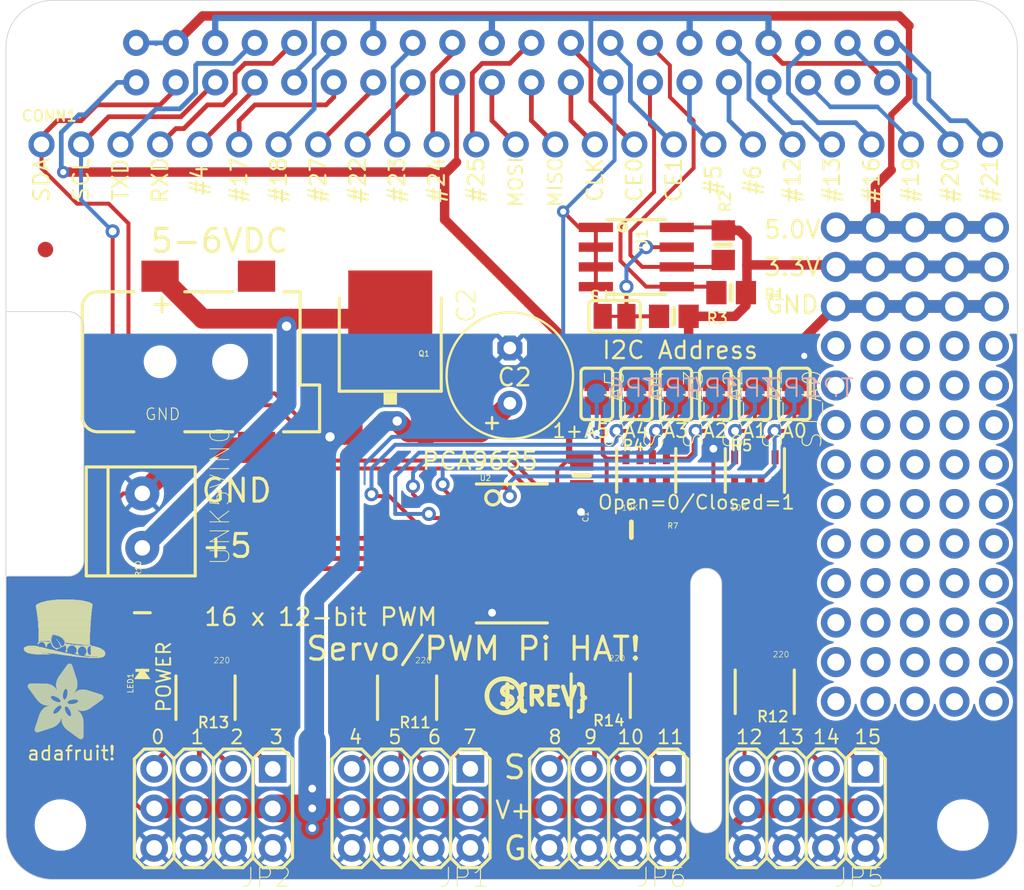
<source format=kicad_pcb>
(kicad_pcb (version 20221018) (generator pcbnew)
  (layers (0 "F.Cu" signal) (31 "B.Cu" signal) (34 "B.Paste" user) (35 "F.Paste" user) (36 "B.SilkS" user "B.Silkscreen") (37 "F.SilkS" user "F.Silkscreen") (38 "B.Mask" user) (39 "F.Mask" user) (44 "Edge.Cuts" user))
  (net 0 "")
  (net 1 "5.0V")
  (net 2 "SDA")
  (net 3 "SCL")
  (net 4 "GPIO4")
  (net 5 "GPIO17")
  (net 6 "GPIO27")
  (net 7 "GPIO22")
  (net 8 "SPI_MOSI")
  (net 9 "SPI_MISO")
  (net 10 "SPI_SCLK")
  (net 11 "GPIO5")
  (net 12 "GPIO6")
  (net 13 "GPIO13")
  (net 14 "GPIO19")
  (net 15 "GPIO26")
  (net 16 "3.3V")
  (net 17 "GND")
  (net 18 "TXD")
  (net 19 "RXD")
  (net 20 "GPIO18")
  (net 21 "GPIO24")
  (net 22 "GPIO25")
  (net 23 "SPI_CE0")
  (net 24 "SPI_CE1")
  (net 25 "EECLK")
  (net 26 "GPIO16")
  (net 27 "GPIO20")
  (net 28 "GPIO21")
  (net 29 "GPIO23")
  (net 30 "EEDATA")
  (net 31 "GPIO12")
  (net 32 "N$16")
  (net 33 "PWM0")
  (net 34 "PWM1")
  (net 35 "PWM2")
  (net 36 "PWM3")
  (net 37 "PWM4")
  (net 38 "PWM5")
  (net 39 "PWM6")
  (net 40 "PWM7")
  (net 41 "PWM8")
  (net 42 "PWM9")
  (net 43 "PWM10")
  (net 44 "PWM11")
  (net 45 "PWM12")
  (net 46 "PWM13")
  (net 47 "PWM14")
  (net 48 "PWM15")
  (net 49 "A0")
  (net 50 "A1")
  (net 51 "A2")
  (net 52 "A3")
  (net 53 "A4")
  (net 54 "A5")
  (net 55 "OE")
  (net 56 "PWRIN")
  (net 57 "N$24")
  (net 58 "N$25")
  (net 59 "N$26")
  (net 60 "N$27")
  (net 61 "N$28")
  (net 62 "N$29")
  (net 63 "N$30")
  (net 64 "N$31")
  (net 65 "N$32")
  (net 66 "N$33")
  (net 67 "N$34")
  (net 68 "N$35")
  (net 69 "N$36")
  (net 70 "N$37")
  (net 71 "N$38")
  (net 72 "N$40")
  (net 73 "N$63")
  (net 74 "+5V")
  (net 75 "N$2")
  (net 76 "N$3")
  (net 77 "N$4")
  (net 78 "N$5")
  (net 79 "N$1")
  (net 80 "N$6")
  (net 81 "N$7")
  (net 82 "N$8")
  (net 83 "N$9")
  (net 84 "N$10")
  (net 85 "N$11")
  (net 86 "N$12")
  (net 87 "N$13")
  (net 88 "N$14")
  (net 89 "N$15")
  (net 90 "N$17")
  (net 91 "N$18")
  (net 92 "N$19")
  (net 93 "N$20")
  (net 94 "N$21")
  (net 95 "N$22")
  (net 96 "N$23")
  (net 97 "N$39")
  (net 98 "N$41")
  (net 99 "N$42")
  (net 100 "N$43")
  (net 101 "N$44")
  (net 102 "N$45")
  (net 103 "N$46")
  (net 104 "N$47")
  (net 105 "N$48")
  (net 106 "N$49")
  (net 107 "N$50")
  (net 108 "N$51")
  (net 109 "N$52")
  (net 110 "N$53")
  (net 111 "N$54")
  (net 112 "N$55")
  (net 113 "N$56")
  (net 114 "N$57")
  (net 115 "N$58")
  (net 116 "N$59")
  (net 117 "N$60")
  (net 118 "N$61")
  (net 119 "N$62")
  (net 120 "N$64")
  (net 121 "N$65")
  (net 122 "N$66")
  (net 123 "N$67")
  (net 124 "N$68")
  (footprint "working:RESPACK_4X0603" (layer "F.Cu") (at 157.1491 106.9646)
    (fp_text reference "R4")
    (fp_text value "10K")
  )
  (footprint "working:_0805MP" (layer "F.Cu") (at 124.7641 116.1086 90)
    (fp_text reference "R10")
    (fp_text value "470")
  )
  (footprint "working:TSSOP28" (layer "F.Cu") (at 148.5131 112.2986 -90)
    (fp_text reference "U2")
    (fp_text value "PCA9685")
  )
  (footprint "working:SOLDERJUMPER_CLOSEDWIRE" (layer "F.Cu") (at 155.1171 97.0586)
    (fp_text reference "SJ1")
    (fp_text value "WP")
  )
  (footprint "working:RESPACK_4X0603" (layer "F.Cu") (at 141.7821 121.5696 180)
    (fp_text reference "R11")
    (fp_text value "220")
  )
  (footprint "working:0805-NO" (layer "F.Cu") (at 162.6101 95.5346)
    (fp_text reference "R1")
    (fp_text value "3.9K")
  )
  (footprint "working:FIDUCIAL_1MM" (layer "F.Cu") (at 122.3511 126.9036)
    (fp_text reference "FID3" hide)
    (fp_text value "FIDUCIAL\"\"" hide)
  )
  (footprint "working:SOLDERJUMPER_REFLOW_NOPASTE" (layer "F.Cu") (at 153.9741 102.0436 -90)
    (fp_text reference "SJ_A5")
    (fp_text value "")
  )
  (footprint "working:RESPACK_4X0603" (layer "F.Cu") (at 164.1341 106.9646)
    (fp_text reference "R5")
    (fp_text value "10K")
  )
  (footprint "working:CHIPLED_0805_NOOUTLINE" (layer "F.Cu") (at 124.7641 120.0456)
    (fp_text reference "LED1")
    (fp_text value "GREEN")
  )
  (footprint "working:SOLDERJUMPER_REFLOW_NOPASTE" (layer "F.Cu") (at 164.1341 102.0436 -90)
    (fp_text reference "SJ_A1")
    (fp_text value "")
  )
  (footprint "working:PCBFEAT-REV-056" (layer "F.Cu") (at 148.0051 121.4426)
    (fp_text reference "U$6" hide)
    (fp_text value "" hide)
  )
  (footprint "working:0805-NO" (layer "F.Cu") (at 158.9271 97.0586)
    (fp_text reference "R3")
    (fp_text value "3.9K")
  )
  (footprint "working:TERMBLOCK_1X2-3.5MM" (layer "F.Cu") (at 124.7641 110.1396 -90)
    (fp_text reference "UNK5VIN0")
    (fp_text value "3.5mm term" hide)
  )
  (footprint "working:RESPACK_4X0603" (layer "F.Cu") (at 164.7691 121.1886 180)
    (fp_text reference "R12")
    (fp_text value "220")
  )
  (footprint "working:SOLDERJUMPER_REFLOW_NOPASTE" (layer "F.Cu") (at 156.5141 102.0436 -90)
    (fp_text reference "SJ_A4")
    (fp_text value "")
  )
  (footprint "working:0805-NO" (layer "F.Cu") (at 156.1966 110.7746)
    (fp_text reference "R7")
    (fp_text value "10K")
  )
  (footprint "working:3X04" (layer "F.Cu") (at 167.4361 128.6816 180)
    (fp_text reference "JP5")
    (fp_text value "")
  )
  (footprint "working:E3,5-8" (layer "F.Cu") (at 148.3861 100.8686 90)
    (fp_text reference "C2")
    (fp_text value "")
  )
  (footprint "working:3X04" (layer "F.Cu") (at 154.7361 128.6816 180)
    (fp_text reference "JP6")
    (fp_text value "")
  )
  (footprint "working:FIDUCIAL_1MM" (layer "F.Cu") (at 173.8981 131.8886)
    (fp_text reference "FID1" hide)
    (fp_text value "FIDUCIAL\"\"" hide)
  )
  (footprint "working:SOIC8_150MIL" (layer "F.Cu") (at 156.5141 93.2486 -90)
    (fp_text reference "U1")
    (fp_text value "CAT24C32")
  )
  (footprint "working:1X25_ROUND_70MIL" (layer "F.Cu") (at 148.7671 86.0096)
    (fp_text reference "CONN1")
    (fp_text value "HEADER-1X25")
  )
  (footprint "working:RESPACK_4X0603" (layer "F.Cu") (at 154.2281 121.4426 180)
    (fp_text reference "R14")
    (fp_text value "220")
  )
  (footprint "working:FIDUCIAL_1MM" (layer "F.Cu") (at 118.5401 92.7676)
    (fp_text reference "FID2" hide)
    (fp_text value "FIDUCIAL\"\"" hide)
  )
  (footprint "working:3X04" (layer "F.Cu") (at 129.3361 128.6816 180)
    (fp_text reference "JP2")
    (fp_text value "")
  )
  (footprint "working:PI_HAT_SLOTS" (layer "F.Cu") (at 116.0011 133.2536)
    (fp_text reference "RPI1" hide)
    (fp_text value "RASPBERRYPI_BPLUS_HATSLOTS" hide)
    (fp_line (start 0 -53.5) (end 0 -3) (stroke (width 0.05)) (layer "Edge.Cuts"))
    (fp_line (start 0.1 -19.5) (end 4 -19.5) (stroke (width 0.05)) (layer "Edge.Cuts"))
    (fp_line (start 3 0) (end 62 0) (stroke (width 0.05)) (layer "Edge.Cuts"))
    (fp_line (start 4 -36.5) (end 0 -36.5) (stroke (width 0.05)) (layer "Edge.Cuts"))
    (fp_line (start 5 -20.5) (end 5 -35.5) (stroke (width 0.05)) (layer "Edge.Cuts"))
    (fp_line (start 44 -4) (end 44 -19) (stroke (width 0.05)) (layer "Edge.Cuts"))
    (fp_line (start 46 -19) (end 46 -4) (stroke (width 0.05)) (layer "Edge.Cuts"))
    (fp_line (start 62 -56.5) (end 3 -56.5) (stroke (width 0.05)) (layer "Edge.Cuts"))
    (fp_line (start 65 -3) (end 65 -53.5) (stroke (width 0.05)) (layer "Edge.Cuts"))
    (fp_arc (start 0 -53.5) (mid 0.87868 -55.62132) (end 3 -56.5) (stroke (width 0.05)) (layer "Edge.Cuts"))
    (fp_arc (start 3 0) (mid 0.87868 -0.87868) (end 0 -3) (stroke (width 0.05)) (layer "Edge.Cuts"))
    (fp_arc (start 4 -36.5) (mid 4.707107 -36.207107) (end 5 -35.5) (stroke (width 0.05)) (layer "Edge.Cuts"))
    (fp_arc (start 5 -20.5) (mid 4.707107 -19.792893) (end 4 -19.5) (stroke (width 0.05)) (layer "Edge.Cuts"))
    (fp_arc (start 44 -19) (mid 44.292893 -19.707107) (end 45 -20) (stroke (width 0.05)) (layer "Edge.Cuts"))
    (fp_arc (start 45 -20) (mid 45.707107 -19.707107) (end 46 -19) (stroke (width 0.05)) (layer "Edge.Cuts"))
    (fp_arc (start 45 -3) (mid 44.292893 -3.292893) (end 44 -4) (stroke (width 0.05)) (layer "Edge.Cuts"))
    (fp_arc (start 46 -4) (mid 45.707107 -3.292893) (end 45 -3) (stroke (width 0.05)) (layer "Edge.Cuts"))
    (fp_arc (start 62 -56.5) (mid 64.12132 -55.62132) (end 65 -53.5) (stroke (width 0.05)) (layer "Edge.Cuts"))
    (fp_arc (start 65 -3) (mid 64.12132 -0.87868) (end 62 0) (stroke (width 0.05)) (layer "Edge.Cuts"))
  )
  (footprint "working:PIHATLOGO" (layer "F.Cu") (at 117.1441 119.0296)
    (fp_text reference "U$5" hide)
    (fp_text value "" hide)
  )
  (footprint "working:RESPACK_4X0603" (layer "F.Cu") (at 128.8281 121.5696 180)
    (fp_text reference "R13")
    (fp_text value "220")
  )
  (footprint "working:3X04" (layer "F.Cu") (at 142.0361 128.6816 180)
    (fp_text reference "JP1")
    (fp_text value "")
  )
  (footprint "working:SOLDERJUMPER_REFLOW_NOPASTE" (layer "F.Cu") (at 166.6741 102.0436 -90)
    (fp_text reference "SJ_A0")
    (fp_text value "")
  )
  (footprint "working:0805-NO" (layer "F.Cu") (at 162.1021 92.4866 90)
    (fp_text reference "R2")
    (fp_text value "3.9K")
  )
  (footprint "working:TO252" (layer "F.Cu") (at 140.7011 99.7126)
    (fp_text reference "Q1")
    (fp_text value "AOD417")
  )
  (footprint "working:SOLDERJUMPER_REFLOW_NOPASTE" (layer "F.Cu") (at 159.0541 102.0436 -90)
    (fp_text reference "SJ_A3")
    (fp_text value "")
  )
  (footprint "working:0805-NO" (layer "F.Cu") (at 153.0056 107.2821 -90)
    (fp_text reference "C1")
    (fp_text value "10uF")
  )
  (footprint "working:DCJACK_2MM_SMT" (layer "F.Cu") (at 125.9071 99.9796)
    (fp_text reference "X1")
    (fp_text value "2.1mm SMT")
  )
  (footprint "working:ADAFRUIT_5MM" (layer "F.Cu") (at 117.3981 124.2366)
    (fp_text reference "U$51" hide)
    (fp_text value "" hide)
  )
  (footprint "working:SOLDERJUMPER_REFLOW_NOPASTE" (layer "F.Cu") (at 161.5941 102.0436 -90)
    (fp_text reference "SJ_A2")
    (fp_text value "")
  )
  (footprint "working:B1,27" (layer "B.Cu") (at 153.9741 102.0116 180)
    (fp_text reference "TP6")
    (fp_text value "TPB1,27")
  )
  (footprint "working:B1,27" (layer "B.Cu") (at 166.6741 102.0116 180)
    (fp_text reference "TP1")
    (fp_text value "TPB1,27")
  )
  (footprint "working:B1,27" (layer "B.Cu") (at 161.5941 102.0116 180)
    (fp_text reference "TP3")
    (fp_text value "TPB1,27")
  )
  (footprint "working:B1,27" (layer "B.Cu") (at 159.0541 102.0116 180)
    (fp_text reference "TP4")
    (fp_text value "TPB1,27")
  )
  (footprint "working:B1,27" (layer "B.Cu") (at 156.5141 102.0116 180)
    (fp_text reference "TP5")
    (fp_text value "TPB1,27")
  )
  (footprint "working:B1,27" (layer "B.Cu") (at 164.1341 102.0116 180)
    (fp_text reference "TP2")
    (fp_text value "TPB1,27")
  )
  (gr_line (start 116.0011 113.6956) (end 116.0011 113.5686) (stroke (width 0.05)) (layer "Edge.Cuts"))
  (gr_text "adafruit!" (at 123.1131 124.6176) (layer "F.SilkS") (effects (font (size 0.89408 0.89408) (thickness 0.12192)) (justify right top)))
  (gr_text "C2" (at 147.4971 101.6306) (layer "F.SilkS") (effects (font (size 1.1176 1.1176) (thickness 0.1524)) (justify left bottom)))
  (gr_text "#6" (at 164.0071 88.2956 90) (layer "F.SilkS") (effects (font (size 1.00584 1.00584) (thickness 0.13716))))
  (gr_text "A4" (at 155.6251 104.9326) (layer "F.SilkS") (effects (font (size 0.89408 0.89408) (thickness 0.12192)) (justify left bottom)))
  (gr_text "A1" (at 163.2451 104.9326) (layer "F.SilkS") (effects (font (size 0.89408 0.89408) (thickness 0.12192)) (justify left bottom)))
  (gr_text "14" (at 167.8011 124.6176) (layer "F.SilkS") (effects (font (size 0.89408 0.89408) (thickness 0.12192)) (justify left bottom)))
  (gr_text "CE0" (at 156.3871 88.2956 90) (layer "F.SilkS") (effects (font (size 1.00584 1.00584) (thickness 0.13716))))
  (gr_text "16 x 12-bit PWM" (at 143.8141 115.7276) (layer "F.SilkS") (effects (font (size 1.1176 1.1176) (thickness 0.1524)) (justify right top)))
  (gr_text "1" (at 127.7961 124.6176) (layer "F.SilkS") (effects (font (size 0.89408 0.89408) (thickness 0.12192)) (justify left bottom)))
  (gr_text "Servo/PWM Pi HAT!" (at 135.1781 119.2836) (layer "F.SilkS") (effects (font (size 1.475232 1.475232) (thickness 0.201168)) (justify left bottom)))
  (gr_text "#16" (at 171.6271 88.2956 90) (layer "F.SilkS") (effects (font (size 1.00584 1.00584) (thickness 0.13716))))
  (gr_text "RXD" (at 125.9071 88.2956 90) (layer "F.SilkS") (effects (font (size 1.00584 1.00584) (thickness 0.13716))))
  (gr_text "PCA9685" (at 150.2911 105.6946) (layer "F.SilkS") (effects (font (size 1.1176 1.1176) (thickness 0.1524)) (justify right top)))
  (gr_text "GND" (at 168.3251 95.6616) (layer "F.SilkS") (effects (font (size 1.1176 1.1176) (thickness 0.1524)) (justify right top)))
  (gr_text "#13" (at 169.0871 88.2956 90) (layer "F.SilkS") (effects (font (size 1.00584 1.00584) (thickness 0.13716))))
  (gr_text "MISO" (at 151.3071 88.4226 90) (layer "F.SilkS") (effects (font (size 0.89408 0.89408) (thickness 0.12192))))
  (gr_text "5" (at 140.4961 124.6176) (layer "F.SilkS") (effects (font (size 0.89408 0.89408) (thickness 0.12192)) (justify left bottom)))
  (gr_text "10" (at 155.2281 124.6176) (layer "F.SilkS") (effects (font (size 0.89408 0.89408) (thickness 0.12192)) (justify left bottom)))
  (gr_text "#24" (at 143.6871 88.2956 90) (layer "F.SilkS") (effects (font (size 1.00584 1.00584) (thickness 0.13716))))
  (gr_text "4" (at 137.9561 124.6176) (layer "F.SilkS") (effects (font (size 0.89408 0.89408) (thickness 0.12192)) (justify left bottom)))
  (gr_text "A5" (at 153.0851 104.9326) (layer "F.SilkS") (effects (font (size 0.89408 0.89408) (thickness 0.12192)) (justify left bottom)))
  (gr_text "6" (at 143.0361 124.6176) (layer "F.SilkS") (effects (font (size 0.89408 0.89408) (thickness 0.12192)) (justify left bottom)))
  (gr_text "3" (at 132.8761 124.6176) (layer "F.SilkS") (effects (font (size 0.89408 0.89408) (thickness 0.12192)) (justify left bottom)))
  (gr_text "A0" (at 165.7851 104.9326) (layer "F.SilkS") (effects (font (size 0.89408 0.89408) (thickness 0.12192)) (justify left bottom)))
  (gr_text "13" (at 165.5151 124.6176) (layer "F.SilkS") (effects (font (size 0.89408 0.89408) (thickness 0.12192)) (justify left bottom)))
  (gr_text "TXD" (at 123.3671 88.2956 90) (layer "F.SilkS") (effects (font (size 1.00584 1.00584) (thickness 0.13716))))
  (gr_text "#27" (at 136.0671 88.2956 90) (layer "F.SilkS") (effects (font (size 1.00584 1.00584) (thickness 0.13716))))
  (gr_text "#20" (at 176.7071 88.2956 90) (layer "F.SilkS") (effects (font (size 1.00584 1.00584) (thickness 0.13716))))
  (gr_text "I2C Address" (at 154.2281 99.8846) (layer "F.SilkS") (effects (font (size 1.1176 1.1176) (thickness 0.1524)) (justify left bottom)))
  (gr_text "G" (at 147.8621 132.1106) (layer "F.SilkS") (effects (font (size 1.475232 1.475232) (thickness 0.201168)) (justify left bottom)))
  (gr_text "#22" (at 138.6071 88.2956 90) (layer "F.SilkS") (effects (font (size 1.00584 1.00584) (thickness 0.13716))))
  (gr_text "8" (at 150.7831 124.6176) (layer "F.SilkS") (effects (font (size 0.89408 0.89408) (thickness 0.12192)) (justify left bottom)))
  (gr_text "POWER" (at 126.6691 122.5856 90) (layer "F.SilkS") (effects (font (size 0.89408 0.89408) (thickness 0.12192)) (justify left bottom)))
  (gr_text "#5" (at 161.4671 88.2956 90) (layer "F.SilkS") (effects (font (size 1.00584 1.00584) (thickness 0.13716))))
  (gr_text "#19" (at 174.1671 88.2956 90) (layer "F.SilkS") (effects (font (size 1.00584 1.00584) (thickness 0.13716))))
  (gr_text "MOSI" (at 148.7671 88.4226 90) (layer "F.SilkS") (effects (font (size 0.89408 0.89408) (thickness 0.12192))))
  (gr_text "1+" (at 151.0531 104.9326) (layer "F.SilkS") (effects (font (size 0.89408 0.89408) (thickness 0.12192)) (justify left bottom)))
  (gr_text "#12" (at 166.5471 88.2956 90) (layer "F.SilkS") (effects (font (size 1.00584 1.00584) (thickness 0.13716))))
  (gr_text "5-6VDC" (at 134.2891 91.3436) (layer "F.SilkS") (effects (font (size 1.475232 1.475232) (thickness 0.201168)) (justify right top)))
  (gr_text "+5" (at 128.4471 112.6796) (layer "F.SilkS") (effects (font (size 1.475232 1.475232) (thickness 0.201168)) (justify left bottom)))
  (gr_text "CLK" (at 153.8471 88.2956 90) (layer "F.SilkS") (effects (font (size 1.00584 1.00584) (thickness 0.13716))))
  (gr_text "5.0V" (at 168.4521 90.8356) (layer "F.SilkS") (effects (font (size 1.1176 1.1176) (thickness 0.1524)) (justify right top)))
  (gr_text "A2" (at 160.7051 104.9326) (layer "F.SilkS") (effects (font (size 0.89408 0.89408) (thickness 0.12192)) (justify left bottom)))
  (gr_text "A3" (at 158.1651 104.9326) (layer "F.SilkS") (effects (font (size 0.89408 0.89408) (thickness 0.12192)) (justify left bottom)))
  (gr_text "#23" (at 141.1471 88.2956 90) (layer "F.SilkS") (effects (font (size 1.00584 1.00584) (thickness 0.13716))))
  (gr_text "7" (at 145.3221 124.6176) (layer "F.SilkS") (effects (font (size 0.89408 0.89408) (thickness 0.12192)) (justify left bottom)))
  (gr_text "V+" (at 147.3541 129.4436) (layer "F.SilkS") (effects (font (size 1.1176 1.1176) (thickness 0.1524)) (justify left bottom)))
  (gr_text "S" (at 147.8621 126.9036) (layer "F.SilkS") (effects (font (size 1.475232 1.475232) (thickness 0.201168)) (justify left bottom)))
  (gr_text "SCL" (at 120.8271 88.2956 90) (layer "F.SilkS") (effects (font (size 1.00584 1.00584) (thickness 0.13716))))
  (gr_text "Open=0/Closed=1" (at 153.9741 109.5366) (layer "F.SilkS") (effects (font (size 0.89408 0.89408) (thickness 0.12192)) (justify left bottom)))
  (gr_text "#18" (at 133.5271 88.2956 90) (layer "F.SilkS") (effects (font (size 1.00584 1.00584) (thickness 0.13716))))
  (gr_text "#21" (at 179.2471 88.2956 90) (layer "F.SilkS") (effects (font (size 1.00584 1.00584) (thickness 0.13716))))
  (gr_text "0" (at 125.2561 124.6176) (layer "F.SilkS") (effects (font (size 0.89408 0.89408) (thickness 0.12192)) (justify left bottom)))
  (gr_text "11" (at 157.7681 124.6176) (layer "F.SilkS") (effects (font (size 0.89408 0.89408) (thickness 0.12192)) (justify left bottom)))
  (gr_text "#17" (at 130.9871 88.2956 90) (layer "F.SilkS") (effects (font (size 1.00584 1.00584) (thickness 0.13716))))
  (gr_text "SDA" (at 118.2871 88.2956 90) (layer "F.SilkS") (effects (font (size 1.00584 1.00584) (thickness 0.13716))))
  (gr_text "GND" (at 128.4471 109.1236) (layer "F.SilkS") (effects (font (size 1.475232 1.475232) (thickness 0.201168)) (justify left bottom)))
  (gr_text "12" (at 162.8481 124.6176) (layer "F.SilkS") (effects (font (size 0.89408 0.89408) (thickness 0.12192)) (justify left bottom)))
  (gr_text "2" (at 130.3361 124.6176) (layer "F.SilkS") (effects (font (size 0.89408 0.89408) (thickness 0.12192)) (justify left bottom)))
  (gr_text "#4" (at 128.4471 88.2956 90) (layer "F.SilkS") (effects (font (size 1.00584 1.00584) (thickness 0.13716))))
  (gr_text "#25" (at 146.2271 88.2956 90) (layer "F.SilkS") (effects (font (size 1.00584 1.00584) (thickness 0.13716))))
  (gr_text "9" (at 153.0691 124.6176) (layer "F.SilkS") (effects (font (size 0.89408 0.89408) (thickness 0.12192)) (justify left bottom)))
  (gr_text "CE1" (at 158.9271 88.2956 90) (layer "F.SilkS") (effects (font (size 1.00584 1.00584) (thickness 0.13716))))
  (gr_text "3.3V" (at 168.4521 93.2486) (layer "F.SilkS") (effects (font (size 1.1176 1.1176) (thickness 0.1524)) (justify right top)))
  (gr_text "15" (at 170.4681 124.6176) (layer "F.SilkS") (effects (font (size 0.89408 0.89408) (thickness 0.12192)) (justify left bottom)))
  (segment (start 172.8971 87.6606) (end 171.8811 88.6766) (width 0.6096) (layer "F.Cu") (net 1))
  (segment (start 169.3411 91.3436) (end 171.8811 91.3436) (width 0.8128) (layer "F.Cu") (net 1))
  (segment (start 173.4051 77.7546) (end 174.0401 78.3896) (width 0.6096) (layer "F.Cu") (net 1))
  (segment (start 171.8811 88.6766) (end 171.8811 91.3436) (width 0.6096) (layer "F.Cu") (net 1))
  (segment (start 128.6401 77.7546) (end 173.4051 77.7546) (width 0.6096) (layer "F.Cu") (net 1))
  (segment (start 174.0401 82.9616) (end 172.8971 84.1046) (width 0.4064) (layer "F.Cu") (net 1))
  (segment (start 171.8811 91.3436) (end 179.5011 91.3436) (width 0.8128) (layer "F.Cu") (net 1))
  (segment (start 126.9111 79.4836) (end 128.6401 77.7546) (width 0.6096) (layer "F.Cu") (net 1))
  (segment (start 172.8971 84.1046) (end 172.8971 87.6606) (width 0.4064) (layer "F.Cu") (net 1))
  (segment (start 174.0401 78.3896) (end 174.0401 82.9616) (width 0.4064) (layer "F.Cu") (net 1))
  (via (at 169.3411 91.3436) (size 1.9304) (drill 1.2) (layers "F.Cu" "B.Cu") (net 1))
  (via (at 176.9611 91.3436) (size 1.9304) (drill 1.2) (layers "F.Cu" "B.Cu") (net 1))
  (via (at 171.8811 91.3436) (size 1.9304) (drill 1.2) (layers "F.Cu" "B.Cu") (net 1))
  (via (at 179.5011 91.3436) (size 1.9304) (drill 1.2) (layers "F.Cu" "B.Cu") (net 1))
  (via (at 174.4211 91.3436) (size 1.9304) (drill 1.2) (layers "F.Cu" "B.Cu") (net 1))
  (segment (start 174.4211 91.3436) (end 176.9611 91.3436) (width 0.8128) (layer "B.Cu") (net 1))
  (segment (start 171.8811 91.3436) (end 169.3411 91.3436) (width 0.8128) (layer "B.Cu") (net 1))
  (segment (start 125.700384 79.4836) (end 125.6531 79.530885) (width 0.3048) (layer "B.Cu") (net 1))
  (segment (start 125.700384 79.4836) (end 124.3711 79.4836) (width 0.3048) (layer "B.Cu") (net 1))
  (segment (start 179.5011 91.3436) (end 176.9611 91.3436) (width 0.8128) (layer "B.Cu") (net 1))
  (segment (start 174.4211 91.3436) (end 171.8811 91.3436) (width 0.8128) (layer "B.Cu") (net 1))
  (segment (start 126.9111 79.4836) (end 125.700384 79.4836) (width 0.3048) (layer "B.Cu") (net 1))
  (segment (start 119.3031 84.4856) (end 120.8271 84.4856) (width 0.3048) (layer "F.Cu") (net 2))
  (segment (start 123.8751 100.7416) (end 123.8751 91.0896) (width 0.254) (layer "F.Cu") (net 2))
  (segment (start 151.4309 108.7236) (end 150.9071 108.7236) (width 0.254) (layer "F.Cu") (net 2))
  (segment (start 123.8751 91.0896) (end 122.6051 89.8196) (width 0.254) (layer "F.Cu") (net 2))
  (segment (start 118.2871 85.5016) (end 119.3031 84.4856) (width 0.3048) (layer "F.Cu") (net 2))
  (segment (start 121.8431 83.4696) (end 125.9071 83.4696) (width 0.3048) (layer "F.Cu") (net 2))
  (segment (start 120.8271 84.4856) (end 121.8431 83.4696) (width 0.3048) (layer "F.Cu") (net 2))
  (segment (start 118.2871 87.5336) (end 118.2871 86.0096) (width 0.254) (layer "F.Cu") (net 2))
  (segment (start 133.2731 102.0116) (end 125.1451 102.0116) (width 0.254) (layer "F.Cu") (net 2))
  (segment (start 122.6051 89.8196) (end 120.5731 89.8196) (width 0.254) (layer "F.Cu") (net 2))
  (segment (start 125.1451 102.0116) (end 123.8751 100.7416) (width 0.254) (layer "F.Cu") (net 2))
  (segment (start 118.2871 86.0096) (end 118.2871 85.5016) (width 0.3048) (layer "F.Cu") (net 2))
  (segment (start 126.9111 82.4656) (end 126.9111 82.0236) (width 0.3048) (layer "F.Cu") (net 2))
  (segment (start 125.9071 83.4696) (end 126.9111 82.4656) (width 0.3048) (layer "F.Cu") (net 2))
  (segment (start 135.3051 106.0756) (end 135.3051 104.0436) (width 0.254) (layer "F.Cu") (net 2))
  (segment (start 150.9071 108.7236) (end 148.5131 106.3296) (width 0.254) (layer "F.Cu") (net 2))
  (segment (start 148.5131 106.3296) (end 135.5591 106.3296) (width 0.254) (layer "F.Cu") (net 2))
  (segment (start 135.3051 104.0436) (end 133.2731 102.0116) (width 0.254) (layer "F.Cu") (net 2))
  (segment (start 135.5591 106.3296) (end 135.3051 106.0756) (width 0.254) (layer "F.Cu") (net 2))
  (segment (start 120.5731 89.8196) (end 118.2871 87.5336) (width 0.254) (layer "F.Cu") (net 2))
  (segment (start 150.7951 109.3736) (end 148.2591 106.8376) (width 0.254) (layer "F.Cu") (net 3))
  (segment (start 134.5431 106.3296) (end 134.5431 104.0436) (width 0.254) (layer "F.Cu") (net 3))
  (segment (start 122.8591 100.4876) (end 122.8591 91.5976) (width 0.254) (layer "F.Cu") (net 3))
  (segment (start 134.5431 104.0436) (end 133.2731 102.7736) (width 0.254) (layer "F.Cu") (net 3))
  (segment (start 127.2431 84.2316) (end 129.4511 82.0236) (width 0.3048) (layer "F.Cu") (net 3))
  (segment (start 148.2591 106.8376) (end 135.0511 106.8376) (width 0.254) (layer "F.Cu") (net 3))
  (segment (start 120.8271 86.0096) (end 122.6051 84.2316) (width 0.3048) (layer "F.Cu") (net 3))
  (segment (start 133.2731 102.7736) (end 125.1451 102.7736) (width 0.254) (layer "F.Cu") (net 3))
  (segment (start 135.0511 106.8376) (end 134.5431 106.3296) (width 0.254) (layer "F.Cu") (net 3))
  (segment (start 125.1451 102.7736) (end 122.8591 100.4876) (width 0.254) (layer "F.Cu") (net 3))
  (segment (start 151.4309 109.3736) (end 150.7951 109.3736) (width 0.254) (layer "F.Cu") (net 3))
  (segment (start 122.6051 84.2316) (end 127.2431 84.2316) (width 0.3048) (layer "F.Cu") (net 3))
  (via (at 122.8591 91.5976) (size 0.9064) (drill 0.5) (layers "F.Cu" "B.Cu") (net 3))
  (segment (start 120.8271 89.5656) (end 120.8271 86.0096) (width 0.254) (layer "B.Cu") (net 3))
  (segment (start 122.8591 91.5976) (end 120.8271 89.5656) (width 0.254) (layer "B.Cu") (net 3))
  (segment (start 131.9911 82.4656) (end 131.9911 82.0236) (width 0.3048) (layer "F.Cu") (net 4))
  (segment (start 128.4471 86.0096) (end 131.9911 82.4656) (width 0.3048) (layer "F.Cu") (net 4))
  (segment (start 130.9871 86.0096) (end 130.9871 84.4856) (width 0.3048) (layer "F.Cu") (net 5))
  (segment (start 130.9871 84.4856) (end 132.0031 83.4696) (width 0.3048) (layer "F.Cu") (net 5))
  (segment (start 132.0031 83.4696) (end 136.5751 83.4696) (width 0.3048) (layer "F.Cu") (net 5))
  (segment (start 136.5751 83.4696) (end 137.0711 82.9736) (width 0.3048) (layer "F.Cu") (net 5))
  (segment (start 137.0711 82.9736) (end 137.0711 82.0236) (width 0.3048) (layer "F.Cu") (net 5))
  (segment (start 139.6111 82.4656) (end 139.6111 82.0236) (width 0.3048) (layer "F.Cu") (net 6))
  (segment (start 136.0671 86.0096) (end 139.6111 82.4656) (width 0.3048) (layer "F.Cu") (net 6))
  (segment (start 138.6071 86.0096) (end 142.1511 82.4656) (width 0.3048) (layer "F.Cu") (net 7))
  (segment (start 142.1511 82.4656) (end 142.1511 82.0236) (width 0.3048) (layer "F.Cu") (net 7))
  (segment (start 148.7671 86.0096) (end 147.2311 84.4736) (width 0.3048) (layer "F.Cu") (net 8))
  (segment (start 147.2311 84.4736) (end 147.2311 82.0236) (width 0.3048) (layer "F.Cu") (net 8))
  (segment (start 151.3071 86.0096) (end 149.7711 84.4736) (width 0.3048) (layer "F.Cu") (net 9))
  (segment (start 149.7711 84.4736) (end 149.7711 82.0236) (width 0.3048) (layer "F.Cu") (net 9))
  (segment (start 152.3111 84.4736) (end 152.3111 82.0236) (width 0.3048) (layer "F.Cu") (net 10))
  (segment (start 153.8471 86.0096) (end 152.3111 84.4736) (width 0.3048) (layer "F.Cu") (net 10))
  (segment (start 159.9311 82.0236) (end 159.9311 84.4736) (width 0.3048) (layer "B.Cu") (net 11))
  (segment (start 159.9311 84.4736) (end 161.4671 86.0096) (width 0.3048) (layer "B.Cu") (net 11))
  (segment (start 162.4711 82.0236) (end 162.4711 84.4736) (width 0.3048) (layer "B.Cu") (net 12))
  (segment (start 162.4711 84.4736) (end 164.0071 86.0096) (width 0.3048) (layer "B.Cu") (net 12))
  (segment (start 168.8331 85.7556) (end 169.0871 86.0096) (width 0.3048) (layer "B.Cu") (net 13))
  (segment (start 165.1011 83.1666) (end 166.5471 84.6126) (width 0.3048) (layer "B.Cu") (net 13))
  (segment (start 165.1011 82.0236) (end 165.1011 83.1666) (width 0.3048) (layer "B.Cu") (net 13))
  (segment (start 165.0111 82.0236) (end 165.1011 82.0236) (width 0.3048) (layer "B.Cu") (net 13))
  (segment (start 167.1821 84.6126) (end 168.3251 85.7556) (width 0.3048) (layer "B.Cu") (net 13))
  (segment (start 168.3251 85.7556) (end 168.8331 85.7556) (width 0.3048) (layer "B.Cu") (net 13))
  (segment (start 166.5471 84.6126) (end 167.1821 84.6126) (width 0.3048) (layer "B.Cu") (net 13))
  (segment (start 172.0081 83.5966) (end 174.1671 85.7556) (width 0.254) (layer "B.Cu") (net 14))
  (segment (start 168.9971 83.5966) (end 172.0081 83.5966) (width 0.3048) (layer "B.Cu") (net 14))
  (segment (start 168.9971 83.5966) (end 167.5511 82.1506) (width 0.254) (layer "B.Cu") (net 14))
  (segment (start 167.5511 82.1506) (end 167.5511 82.0236) (width 0.254) (layer "B.Cu") (net 14))
  (segment (start 174.1671 85.7556) (end 174.1671 86.0096) (width 0.254) (layer "B.Cu") (net 14))
  (segment (start 151.4309 106.9678) (end 152.0691 106.3296) (width 0.254) (layer "F.Cu") (net 16))
  (segment (start 153.1301 106.4566) (end 153.0056 106.3321) (width 0.254) (layer "F.Cu") (net 16))
  (segment (start 163.5601 95.5346) (end 163.5601 96.3626) (width 0.6096) (layer "F.Cu") (net 16))
  (segment (start 158.6731 98.8366) (end 152.1961 98.8366) (width 0.6096) (layer "F.Cu") (net 16))
  (segment (start 152.1961 98.8366) (end 144.1951 90.8356) (width 0.6096) (layer "F.Cu") (net 16))
  (segment (start 162.4526 91.1861) (end 162.1021 91.5366) (width 0.6096) (layer "F.Cu") (net 16))
  (segment (start 158.6731 101.2816) (end 159.0541 101.2816) (width 0.4064) (layer "F.Cu") (net 16))
  (segment (start 144.6911 82.0236) (end 144.9571 82.2896) (width 0.3048) (layer "F.Cu") (net 16))
  (segment (start 156.5141 101.2816) (end 156.1331 100.9006) (width 0.254) (layer "F.Cu") (net 16))
  (segment (start 163.5601 95.0926) (end 163.5601 95.5346) (width 0.6096) (layer "F.Cu") (net 16))
  (segment (start 159.1141 91.3436) (end 161.9091 91.3436) (width 0.254) (layer "F.Cu") (net 16))
  (segment (start 153.9421 101.2496) (end 153.9741 101.2816) (width 0.4064) (layer "F.Cu") (net 16))
  (segment (start 158.6731 101.2816) (end 158.6731 98.8366) (width 0.4064) (layer "F.Cu") (net 16))
  (segment (start 161.5941 101.2816) (end 159.0541 101.2816) (width 0.4064) (layer "F.Cu") (net 16))
  (segment (start 152.0691 106.3296) (end 153.0031 106.3296) (width 0.254) (layer "F.Cu") (net 16))
  (segment (start 158.6731 98.8366) (end 159.8771 98.8366) (width 0.6096) (layer "F.Cu") (net 16))
  (segment (start 159.8771 98.8366) (end 159.8771 98.7756) (width 0.6096) (layer "F.Cu") (net 16))
  (segment (start 153.9741 101.2816) (end 156.5141 101.2816) (width 0.4064) (layer "F.Cu") (net 16))
  (segment (start 144.9571 82.2896) (end 144.9571 87.1526) (width 0.3048) (layer "F.Cu") (net 16))
  (segment (start 162.8031 91.5366) (end 162.4526 91.1861) (width 0.6096) (layer "F.Cu") (net 16))
  (segment (start 163.6261 93.7566) (end 163.6261 95.0266) (width 0.6096) (layer "F.Cu") (net 16))
  (segment (start 156.5141 101.2816) (end 158.6731 101.2816) (width 0.4064) (layer "F.Cu") (net 16))
  (segment (start 163.1181 91.5366) (end 162.8031 91.5366) (width 0.6096) (layer "F.Cu") (net 16))
  (segment (start 169.3411 93.8836) (end 169.2141 93.7566) (width 0.6096) (layer "F.Cu") (net 16))
  (segment (start 144.3221 87.7876) (end 144.1951 87.7876) (width 0.3048) (layer "F.Cu") (net 16))
  (segment (start 163.5601 96.3626) (end 162.8641 97.0586) (width 0.6096) (layer "F.Cu") (net 16))
  (segment (start 144.9571 87.1526) (end 144.3221 87.7876) (width 0.6096) (layer "F.Cu") (net 16))
  (segment (start 151.4309 108.0736) (end 151.4309 106.9678) (width 0.254) (layer "F.Cu") (net 16))
  (segment (start 152.1961 106.3321) (end 152.1961 98.8366) (width 0.4064) (layer "F.Cu") (net 16))
  (segment (start 164.1341 101.2816) (end 166.6741 101.2816) (width 0.4064) (layer "F.Cu") (net 16))
  (segment (start 153.0031 106.3296) (end 153.0056 106.3321) (width 0.254) (layer "F.Cu") (net 16))
  (segment (start 144.1951 90.8356) (end 144.1951 87.7876) (width 0.6096) (layer "F.Cu") (net 16))
  (segment (start 163.6261 92.0446) (end 163.6261 93.7566) (width 0.6096) (layer "F.Cu") (net 16))
  (segment (start 159.8771 98.5826) (end 159.8771 98.7756) (width 0.6096) (layer "F.Cu") (net 16))
  (segment (start 169.3411 93.8836) (end 179.5011 93.8836) (width 0.8128) (layer "F.Cu") (net 16))
  (segment (start 144.1951 87.7876) (end 119.6841 87.7876) (width 0.6096) (layer "F.Cu") (net 16))
  (segment (start 161.9091 91.3436) (end 162.1021 91.5366) (width 0.254) (layer "F.Cu") (net 16))
  (segment (start 163.6261 95.0266) (end 163.5601 95.0926) (width 0.6096) (layer "F.Cu") (net 16))
  (segment (start 159.8771 97.0586) (end 159.8771 98.5826) (width 0.6096) (layer "F.Cu") (net 16))
  (segment (start 169.2141 93.7566) (end 163.6261 93.7566) (width 0.6096) (layer "F.Cu") (net 16))
  (segment (start 153.0056 106.3321) (end 152.1961 106.3321) (width 0.4064) (layer "F.Cu") (net 16))
  (segment (start 163.1181 91.5366) (end 163.6261 92.0446) (width 0.6096) (layer "F.Cu") (net 16))
  (segment (start 161.5941 101.2816) (end 164.1341 101.2816) (width 0.4064) (layer "F.Cu") (net 16))
  (segment (start 159.8771 97.0586) (end 162.8641 97.0586) (width 0.6096) (layer "F.Cu") (net 16))
  (via (at 119.6841 87.7876) (size 0.8001) (drill 0.3937) (layers "F.Cu" "B.Cu") (net 16))
  (via (at 179.5011 93.8836) (size 1.9304) (drill 1.2) (layers "F.Cu" "B.Cu") (net 16))
  (via (at 174.4211 93.8836) (size 1.9304) (drill 1.2) (layers "F.Cu" "B.Cu") (net 16))
  (via (at 169.3411 93.8836) (size 1.9304) (drill 1.2) (layers "F.Cu" "B.Cu") (net 16))
  (via (at 176.9611 93.8836) (size 1.9304) (drill 1.2) (layers "F.Cu" "B.Cu") (net 16))
  (via (at 171.8811 93.8836) (size 1.9304) (drill 1.2) (layers "F.Cu" "B.Cu") (net 16))
  (segment (start 119.6841 87.7876) (end 119.5571 87.7876) (width 0.3048) (layer "B.Cu") (net 16))
  (segment (start 120.7001 84.1046) (end 119.5571 85.2476) (width 0.3048) (layer "B.Cu") (net 16))
  (segment (start 174.4211 93.8836) (end 176.9611 93.8836) (width 0.8128) (layer "B.Cu") (net 16))
  (segment (start 124.3711 82.0236) (end 123.1621 82.0236) (width 0.3048) (layer "B.Cu") (net 16))
  (segment (start 119.5571 87.7876) (end 119.5571 87.9146) (width 0.3048) (layer "B.Cu") (net 16))
  (segment (start 123.1621 82.0236) (end 121.0811 84.1046) (width 0.3048) (layer "B.Cu") (net 16))
  (segment (start 169.3411 93.8836) (end 171.8811 93.8836) (width 0.8128) (layer "B.Cu") (net 16))
  (segment (start 119.5571 85.2476) (end 119.5571 87.7876) (width 0.3048) (layer "B.Cu") (net 16))
  (segment (start 171.8811 93.8836) (end 174.4211 93.8836) (width 0.8128) (layer "B.Cu") (net 16))
  (segment (start 176.9611 93.8836) (end 179.5011 93.8836) (width 0.8128) (layer "B.Cu") (net 16))
  (segment (start 121.0811 84.1046) (end 120.7001 84.1046) (width 0.3048) (layer "B.Cu") (net 16))
  (segment (start 153.9141 95.1536) (end 153.9141 93.8836) (width 0.254) (layer "F.Cu") (net 17))
  (segment (start 122.6051 112.6796) (end 122.6051 109.3776) (width 0.254) (layer "F.Cu") (net 17))
  (segment (start 151.4309 110.0236) (end 152.5661 110.0236) (width 0.254) (layer "F.Cu") (net 17))
  (segment (start 124.7641 115.0926) (end 124.7641 114.8386) (width 0.254) (layer "F.Cu") (net 17))
  (segment (start 153.0056 108.2321) (end 153.0056 109.5841) (width 0.254) (layer "F.Cu") (net 17))
  (segment (start 156.7491 107.8146) (end 156.7491 108.5966) (width 0.254) (layer "F.Cu") (net 17))
  (segment (start 162.8641 108.6156) (end 163.4991 108.6156) (width 0.254) (layer "F.Cu") (net 17))
  (segment (start 138.4211 104.5126) (end 138.1281 104.8056) (width 1.016) (layer "F.Cu") (net 17))
  (segment (start 157.1466 110.7746) (end 158.1651 109.7561) (width 0.254) (layer "F.Cu") (net 17))
  (segment (start 161.4671 105.5676) (end 161.4671 108.4886) (width 0.254) (layer "F.Cu") (net 17))
  (segment (start 155.8491 108.6156) (end 156.7681 108.6156) (width 0.254) (layer "F.Cu") (net 17))
  (segment (start 165.9121 80.8026) (end 171.4101 80.8026) (width 0.3048) (layer "F.Cu") (net 17))
  (segment (start 171.4101 80.8026) (end 172.6311 82.0236) (width 0.3048) (layer "F.Cu") (net 17))
  (segment (start 163.4991 108.6156) (end 163.7341 108.3806) (width 0.254) (layer "F.Cu") (net 17))
  (segment (start 153.9141 91.3436) (end 152.8311 91.3436) (width 0.254) (layer "F.Cu") (net 17))
  (segment (start 153.9141 96.6176) (end 153.9141 95.1536) (width 0.254) (layer "F.Cu") (net 17))
  (segment (start 169.3411 96.4236) (end 179.5011 96.4236) (width 0.8128) (layer "F.Cu") (net 17))
  (segment (start 145.5953 116.5236) (end 146.8281 116.5236) (width 0.254) (layer "F.Cu") (net 17))
  (segment (start 125.9071 107.2966) (end 124.7641 108.4396) (width 1.27) (layer "F.Cu") (net 17))
  (segment (start 161.4671 108.4886) (end 161.4671 108.6156) (width 0.254) (layer "F.Cu") (net 17))
  (segment (start 163.7341 108.3806) (end 163.7341 107.8146) (width 0.254) (layer "F.Cu") (net 17))
  (segment (start 158.1651 108.6156) (end 157.5491 108.6156) (width 0.254) (layer "F.Cu") (net 17))
  (segment (start 122.6051 109.3776) (end 123.5431 108.4396) (width 0.254) (layer "F.Cu") (net 17))
  (segment (start 169.3411 96.4236) (end 167.3091 98.4556) (width 0.6096) (layer "F.Cu") (net 17))
  (segment (start 161.3401 108.6156) (end 161.4671 108.4886) (width 0.254) (layer "F.Cu") (net 17))
  (segment (start 124.7641 114.8386) (end 122.6051 112.6796) (width 0.254) (layer "F.Cu") (net 17))
  (segment (start 165.0111 79.4836) (end 165.0111 79.9016) (width 0.3048) (layer "F.Cu") (net 17))
  (segment (start 156.7491 108.5966) (end 156.7681 108.6156) (width 0.254) (layer "F.Cu") (net 17))
  (segment (start 155.8491 107.8146) (end 155.8491 108.6156) (width 0.254) (layer "F.Cu") (net 17))
  (segment (start 167.3091 98.4556) (end 167.3091 99.5986) (width 0.6096) (layer "F.Cu") (net 17))
  (segment (start 161.4671 108.6156) (end 162.8641 108.6156) (width 0.254) (layer "F.Cu") (net 17))
  (segment (start 138.1281 104.8056) (end 136.8291 104.8056) (width 1.016) (layer "F.Cu") (net 17))
  (segment (start 162.8341 107.8146) (end 162.8341 108.5856) (width 0.254) (layer "F.Cu") (net 17))
  (segment (start 153.0056 109.5841) (end 153.0056 109.5841) (width 0.254) (layer "F.Cu") (net 17))
  (segment (start 123.5431 108.4396) (end 124.7641 108.4396) (width 0.254) (layer "F.Cu") (net 17))
  (segment (start 153.0056 109.5841) (end 152.9581 109.6316) (width 0.254) (layer "F.Cu") (net 17))
  (segment (start 158.4491 108.6156) (end 158.1651 108.6156) (width 0.254) (layer "F.Cu") (net 17))
  (segment (start 153.9141 93.8836) (end 153.9141 92.6136) (width 0.254) (layer "F.Cu") (net 17))
  (segment (start 153.9141 92.6136) (end 153.9141 91.3436) (width 0.254) (layer "F.Cu") (net 17))
  (segment (start 165.0111 79.9016) (end 165.9121 80.8026) (width 0.3048) (layer "F.Cu") (net 17))
  (segment (start 157.5491 108.6156) (end 156.7681 108.6156) (width 0.254) (layer "F.Cu") (net 17))
  (segment (start 125.9071 105.4796) (end 125.9071 107.2966) (width 1.27) (layer "F.Cu") (net 17))
  (segment (start 158.1651 109.7561) (end 158.1651 108.6156) (width 0.254) (layer "F.Cu") (net 17))
  (segment (start 152.8311 91.3436) (end 151.8151 90.3276) (width 0.254) (layer "F.Cu") (net 17))
  (segment (start 162.8341 108.5856) (end 162.8641 108.6156) (width 0.254) (layer "F.Cu") (net 17))
  (segment (start 154.3551 97.0586) (end 153.9141 96.6176) (width 0.254) (layer "F.Cu") (net 17))
  (segment (start 125.9071 105.4796) (end 132.1071 105.4796) (width 1.27) (layer "F.Cu") (net 17))
  (segment (start 146.8281 116.5236) (end 147.2431 116.1086) (width 0.254) (layer "F.Cu") (net 17))
  (segment (start 157.5491 107.8146) (end 157.5491 108.6156) (width 0.254) (layer "F.Cu") (net 17))
  (segment (start 158.4491 108.6156) (end 161.3401 108.6156) (width 0.254) (layer "F.Cu") (net 17))
  (segment (start 152.5661 110.0236) (end 152.9581 109.6316) (width 0.254) (layer "F.Cu") (net 17))
  (segment (start 158.4491 107.8146) (end 158.4491 108.6156) (width 0.254) (layer "F.Cu") (net 17))
  (via (at 161.4671 105.5676) (size 0.9064) (drill 0.5) (layers "F.Cu" "B.Cu") (net 17))
  (via (at 179.5011 96.4236) (size 1.9304) (drill 1.2) (layers "F.Cu" "B.Cu") (net 17))
  (via (at 167.3091 99.5986) (size 0.8001) (drill 0.3937) (layers "F.Cu" "B.Cu") (net 17))
  (via (at 147.2431 116.1086) (size 0.9064) (drill 0.5) (layers "F.Cu" "B.Cu") (net 17))
  (via (at 176.9611 96.4236) (size 1.9304) (drill 1.2) (layers "F.Cu" "B.Cu") (net 17))
  (via (at 152.9581 109.6316) (size 0.9064) (drill 0.5) (layers "F.Cu" "B.Cu") (net 17))
  (via (at 151.8151 90.3276) (size 0.8001) (drill 0.3937) (layers "F.Cu" "B.Cu") (net 17))
  (via (at 174.4211 96.4236) (size 1.9304) (drill 1.2) (layers "F.Cu" "B.Cu") (net 17))
  (via (at 169.3411 96.4236) (size 1.9304) (drill 1.2) (layers "F.Cu" "B.Cu") (net 17))
  (via (at 171.8811 96.4236) (size 1.9304) (drill 1.2) (layers "F.Cu" "B.Cu") (net 17))
  (via (at 136.8291 104.8056) (size 1.0064) (drill 0.6) (layers "F.Cu" "B.Cu") (net 17))
  (segment (start 159.9431 79.4836) (end 159.9311 79.4836) (width 0.4064) (layer "B.Cu") (net 17))
  (segment (start 154.8511 82.0236) (end 153.5931 80.7656) (width 0.3048) (layer "B.Cu") (net 17))
  (segment (start 153.5931 77.8816) (end 159.9431 77.8816) (width 0.4064) (layer "B.Cu") (net 17))
  (segment (start 171.8811 96.4236) (end 174.4211 96.4236) (width 0.8128) (layer "B.Cu") (net 17))
  (segment (start 129.4511 79.4836) (end 129.4511 77.8816) (width 0.4064) (layer "B.Cu") (net 17))
  (segment (start 169.3411 96.4236) (end 171.8811 96.4236) (width 0.8128) (layer "B.Cu") (net 17))
  (segment (start 174.4211 96.4236) (end 176.9611 96.4236) (width 0.8128) (layer "B.Cu") (net 17))
  (segment (start 167.3091 99.5986) (end 166.9281 99.2176) (width 0.6096) (layer "B.Cu") (net 17))
  (segment (start 159.9431 77.8816) (end 159.9431 79.4836) (width 0.4064) (layer "B.Cu") (net 17))
  (segment (start 135.8131 80.1676) (end 135.8131 78.0086) (width 0.3048) (layer "B.Cu") (net 17))
  (segment (start 151.8151 90.3276) (end 151.8151 98.4556) (width 0.254) (layer "B.Cu") (net 17))
  (segment (start 135.8131 78.0086) (end 135.9401 77.8816) (width 0.3048) (layer "B.Cu") (net 17))
  (segment (start 154.8511 82.0236) (end 155.1171 82.2896) (width 0.254) (layer "B.Cu") (net 17))
  (segment (start 134.5311 82.0236) (end 134.5311 81.4496) (width 0.3048) (layer "B.Cu") (net 17))
  (segment (start 134.5311 82.2116) (end 134.5311 82.0236) (width 0.3048) (layer "B.Cu") (net 17))
  (segment (start 134.5311 81.4496) (end 135.8131 80.1676) (width 0.3048) (layer "B.Cu") (net 17))
  (segment (start 139.6111 77.8816) (end 147.2311 77.8816) (width 0.4064) (layer "B.Cu") (net 17))
  (segment (start 147.2311 79.4836) (end 147.2311 77.8816) (width 0.4064) (layer "B.Cu") (net 17))
  (segment (start 155.1171 82.2896) (end 155.1171 87.0256) (width 0.254) (layer "B.Cu") (net 17))
  (segment (start 152.9581 109.6316) (end 153.2121 109.6316) (width 0.254) (layer "B.Cu") (net 17))
  (segment (start 153.5931 80.7656) (end 153.5931 77.8816) (width 0.3048) (layer "B.Cu") (net 17))
  (segment (start 165.0111 77.8816) (end 159.9431 77.8816) (width 0.4064) (layer "B.Cu") (net 17))
  (segment (start 129.4511 77.8816) (end 135.9401 77.8816) (width 0.4064) (layer "B.Cu") (net 17))
  (segment (start 147.2311 77.8816) (end 153.5931 77.8816) (width 0.4064) (layer "B.Cu") (net 17))
  (segment (start 165.0111 79.4836) (end 165.0111 77.8816) (width 0.4064) (layer "B.Cu") (net 17))
  (segment (start 135.9401 77.8816) (end 139.6111 77.8816) (width 0.4064) (layer "B.Cu") (net 17))
  (segment (start 139.6111 79.4836) (end 139.6111 77.8816) (width 0.4064) (layer "B.Cu") (net 17))
  (segment (start 176.9611 96.4236) (end 179.5011 96.4236) (width 0.8128) (layer "B.Cu") (net 17))
  (segment (start 155.1171 87.0256) (end 151.8151 90.3276) (width 0.254) (layer "B.Cu") (net 17))
  (segment (start 166.9281 99.2176) (end 166.9281 98.9636) (width 0.6096) (layer "B.Cu") (net 17))
  (segment (start 128.3201 80.8026) (end 130.6061 80.8026) (width 0.3048) (layer "B.Cu") (net 18))
  (segment (start 130.6061 80.8026) (end 131.9251 79.4836) (width 0.3048) (layer "B.Cu") (net 18))
  (segment (start 125.6531 83.7236) (end 127.1771 83.7236) (width 0.3048) (layer "B.Cu") (net 18))
  (segment (start 123.3671 86.0096) (end 125.6531 83.7236) (width 0.3048) (layer "B.Cu") (net 18))
  (segment (start 128.1931 82.7076) (end 128.1931 80.9296) (width 0.3048) (layer "B.Cu") (net 18))
  (segment (start 131.9251 79.4836) (end 131.9911 79.4836) (width 0.3048) (layer "B.Cu") (net 18))
  (segment (start 127.1771 83.7236) (end 128.1931 82.7076) (width 0.3048) (layer "B.Cu") (net 18))
  (segment (start 128.1931 80.9296) (end 128.3201 80.8026) (width 0.3048) (layer "B.Cu") (net 18))
  (segment (start 130.7331 82.7076) (end 130.7331 81.4376) (width 0.3048) (layer "F.Cu") (net 19))
  (segment (start 127.4311 84.9936) (end 128.9551 83.4696) (width 0.3048) (layer "F.Cu") (net 19))
  (segment (start 133.1461 80.8026) (end 134.4651 79.4836) (width 0.3048) (layer "F.Cu") (net 19))
  (segment (start 134.4651 79.4836) (end 134.5311 79.4836) (width 0.3048) (layer "F.Cu") (net 19))
  (segment (start 125.9071 86.0096) (end 126.9231 84.9936) (width 0.3048) (layer "F.Cu") (net 19))
  (segment (start 130.7331 81.4376) (end 131.3681 80.8026) (width 0.3048) (layer "F.Cu") (net 19))
  (segment (start 131.3681 80.8026) (end 133.1461 80.8026) (width 0.3048) (layer "F.Cu") (net 19))
  (segment (start 129.9711 83.4696) (end 130.7331 82.7076) (width 0.3048) (layer "F.Cu") (net 19))
  (segment (start 126.9231 84.9936) (end 127.4311 84.9936) (width 0.3048) (layer "F.Cu") (net 19))
  (segment (start 128.9551 83.4696) (end 129.9711 83.4696) (width 0.3048) (layer "F.Cu") (net 19))
  (segment (start 133.5271 86.0096) (end 135.8131 83.7236) (width 0.3048) (layer "B.Cu") (net 20))
  (segment (start 137.0711 79.9256) (end 137.0711 79.4836) (width 0.3048) (layer "B.Cu") (net 20))
  (segment (start 135.8131 81.1836) (end 137.0711 79.9256) (width 0.3048) (layer "B.Cu") (net 20))
  (segment (start 135.8131 83.7236) (end 135.8131 81.1836) (width 0.3048) (layer "B.Cu") (net 20))
  (segment (start 143.6871 86.0096) (end 143.4331 85.7556) (width 0.3048) (layer "F.Cu") (net 21))
  (segment (start 144.6911 80.1796) (end 144.6911 79.4836) (width 0.3048) (layer "F.Cu") (net 21))
  (segment (start 143.4331 85.7556) (end 143.4331 81.4376) (width 0.3048) (layer "F.Cu") (net 21))
  (segment (start 143.4331 81.4376) (end 144.6911 80.1796) (width 0.3048) (layer "F.Cu") (net 21))
  (segment (start 146.2271 86.0096) (end 145.9731 85.7556) (width 0.3048) (layer "F.Cu") (net 22))
  (segment (start 148.3861 80.8026) (end 149.7051 79.4836) (width 0.3048) (layer "F.Cu") (net 22))
  (segment (start 149.7051 79.4836) (end 149.7711 79.4836) (width 0.3048) (layer "F.Cu") (net 22))
  (segment (start 146.6081 80.8026) (end 148.3861 80.8026) (width 0.3048) (layer "F.Cu") (net 22))
  (segment (start 145.9731 85.7556) (end 145.9731 81.4376) (width 0.3048) (layer "F.Cu") (net 22))
  (segment (start 145.9731 81.4376) (end 146.6081 80.8026) (width 0.3048) (layer "F.Cu") (net 22))
  (segment (start 153.5931 81.0566) (end 152.3111 79.7746) (width 0.3048) (layer "F.Cu") (net 23))
  (segment (start 156.3871 86.0096) (end 153.5931 83.2156) (width 0.3048) (layer "F.Cu") (net 23))
  (segment (start 153.5931 83.2156) (end 153.5931 81.0566) (width 0.3048) (layer "F.Cu") (net 23))
  (segment (start 152.3111 79.7746) (end 152.3111 79.4836) (width 0.3048) (layer "F.Cu") (net 23))
  (segment (start 156.1331 80.9296) (end 156.1331 83.2156) (width 0.3048) (layer "B.Cu") (net 24))
  (segment (start 156.1331 83.2156) (end 158.9271 86.0096) (width 0.3048) (layer "B.Cu") (net 24))
  (segment (start 154.8511 79.6476) (end 156.1331 80.9296) (width 0.3048) (layer "B.Cu") (net 24))
  (segment (start 154.8511 79.4836) (end 154.8511 79.6476) (width 0.3048) (layer "B.Cu") (net 24))
  (segment (start 159.1141 93.8836) (end 156.8951 93.8836) (width 0.254) (layer "F.Cu") (net 25))
  (segment (start 157.3911 79.6476) (end 157.3911 79.4836) (width 0.254) (layer "F.Cu") (net 25))
  (segment (start 158.6731 82.9616) (end 158.6731 80.9296) (width 0.254) (layer "F.Cu") (net 25))
  (segment (start 161.6551 93.8836) (end 162.1021 93.4366) (width 0.254) (layer "F.Cu") (net 25))
  (segment (start 156.1331 93.1216) (end 156.1331 91.5976) (width 0.254) (layer "F.Cu") (net 25))
  (segment (start 160.1971 87.5336) (end 160.1971 84.4856) (width 0.254) (layer "F.Cu") (net 25))
  (segment (start 156.1331 91.5976) (end 160.1971 87.5336) (width 0.254) (layer "F.Cu") (net 25))
  (segment (start 160.1971 84.4856) (end 158.6731 82.9616) (width 0.254) (layer "F.Cu") (net 25))
  (segment (start 156.8951 93.8836) (end 156.1331 93.1216) (width 0.254) (layer "F.Cu") (net 25))
  (segment (start 158.6731 80.9296) (end 157.3911 79.6476) (width 0.254) (layer "F.Cu") (net 25))
  (segment (start 159.1141 93.8836) (end 161.6551 93.8836) (width 0.254) (layer "F.Cu") (net 25))
  (segment (start 166.2931 82.7076) (end 168.1981 84.6126) (width 0.3048) (layer "B.Cu") (net 26))
  (segment (start 170.6111 84.6126) (end 171.6271 85.6286) (width 0.3048) (layer "B.Cu") (net 26))
  (segment (start 166.2931 81.0566) (end 166.2931 82.7076) (width 0.3048) (layer "B.Cu") (net 26))
  (segment (start 168.1981 84.6126) (end 170.6111 84.6126) (width 0.3048) (layer "B.Cu") (net 26))
  (segment (start 167.5511 79.4836) (end 167.5511 79.7986) (width 0.3048) (layer "B.Cu") (net 26))
  (segment (start 167.5511 79.7986) (end 166.2931 81.0566) (width 0.3048) (layer "B.Cu") (net 26))
  (segment (start 171.6271 85.6286) (end 171.6271 86.0096) (width 0.3048) (layer "B.Cu") (net 26))
  (segment (start 171.4101 80.8026) (end 173.4051 80.8026) (width 0.3048) (layer "B.Cu") (net 27))
  (segment (start 173.4051 80.8026) (end 174.4211 81.8186) (width 0.3048) (layer "B.Cu") (net 27))
  (segment (start 170.0911 79.4836) (end 171.4101 80.8026) (width 0.3048) (layer "B.Cu") (net 27))
  (segment (start 174.4211 81.8186) (end 174.4211 83.3426) (width 0.3048) (layer "B.Cu") (net 27))
  (segment (start 176.7071 85.6286) (end 176.7071 86.0096) (width 0.3048) (layer "B.Cu") (net 27))
  (segment (start 174.4211 83.3426) (end 176.7071 85.6286) (width 0.3048) (layer "B.Cu") (net 27))
  (segment (start 176.7071 84.4856) (end 175.3101 83.0886) (width 0.3048) (layer "B.Cu") (net 28))
  (segment (start 175.3101 81.4376) (end 173.4051 79.5326) (width 0.3048) (layer "B.Cu") (net 28))
  (segment (start 172.6801 79.5326) (end 172.6311 79.4836) (width 0.3048) (layer "B.Cu") (net 28))
  (segment (start 177.7231 84.4856) (end 179.2471 86.0096) (width 0.3048) (layer "B.Cu") (net 28))
  (segment (start 177.7231 84.4856) (end 176.7071 84.4856) (width 0.3048) (layer "B.Cu") (net 28))
  (segment (start 173.4051 79.5326) (end 172.6801 79.5326) (width 0.3048) (layer "B.Cu") (net 28))
  (segment (start 175.3101 83.0886) (end 175.3101 81.4376) (width 0.3048) (layer "B.Cu") (net 28))
  (segment (start 142.1511 79.7986) (end 142.1511 79.4836) (width 0.3048) (layer "B.Cu") (net 29))
  (segment (start 140.8931 81.0566) (end 142.1511 79.7986) (width 0.3048) (layer "B.Cu") (net 29))
  (segment (start 140.8931 85.7556) (end 140.8931 81.0566) (width 0.3048) (layer "B.Cu") (net 29))
  (segment (start 141.1471 86.0096) (end 140.8931 85.7556) (width 0.3048) (layer "B.Cu") (net 29))
  (segment (start 161.2791 95.1536) (end 161.6601 95.5346) (width 0.254) (layer "F.Cu") (net 30))
  (segment (start 159.1141 95.1536) (end 161.2791 95.1536) (width 0.254) (layer "F.Cu") (net 30))
  (segment (start 159.1141 95.1536) (end 157.1491 95.1536) (width 0.254) (layer "F.Cu") (net 30))
  (segment (start 157.1491 95.1536) (end 155.4981 93.5026) (width 0.254) (layer "F.Cu") (net 30))
  (segment (start 157.3911 84.7276) (end 157.3911 82.0236) (width 0.254) (layer "F.Cu") (net 30))
  (segment (start 155.4981 91.2166) (end 157.6571 89.0576) (width 0.254) (layer "F.Cu") (net 30))
  (segment (start 157.6571 89.0576) (end 157.6571 84.9936) (width 0.254) (layer "F.Cu") (net 30))
  (segment (start 157.6571 84.9936) (end 157.3911 84.7276) (width 0.254) (layer "F.Cu") (net 30))
  (segment (start 155.4981 93.5026) (end 155.4981 91.2166) (width 0.254) (layer "F.Cu") (net 30))
  (segment (start 166.5471 85.8826) (end 166.5471 86.0096) (width 0.3048) (layer "B.Cu") (net 31))
  (segment (start 163.7531 83.0886) (end 166.5471 85.8826) (width 0.3048) (layer "B.Cu") (net 31))
  (segment (start 163.7531 80.7656) (end 163.7531 83.0886) (width 0.3048) (layer "B.Cu") (net 31))
  (segment (start 162.4711 79.4836) (end 163.7531 80.7656) (width 0.3048) (layer "B.Cu") (net 31))
  (segment (start 159.1141 92.6136) (end 157.1491 92.6136) (width 0.254) (layer "F.Cu") (net 32))
  (segment (start 155.8791 97.0586) (end 157.9771 97.0586) (width 0.254) (layer "F.Cu") (net 32))
  (segment (start 155.8791 95.1536) (end 155.8791 97.0586) (width 0.254) (layer "F.Cu") (net 32))
  (via (at 157.1491 92.6136) (size 0.9064) (drill 0.5) (layers "F.Cu" "B.Cu") (net 32))
  (via (at 155.8791 95.1536) (size 0.9064) (drill 0.5) (layers "F.Cu" "B.Cu") (net 32))
  (segment (start 155.8791 93.8836) (end 155.8791 95.1536) (width 0.254) (layer "B.Cu") (net 32))
  (segment (start 157.1491 92.6136) (end 155.8791 93.8836) (width 0.254) (layer "B.Cu") (net 32))
  (segment (start 127.4311 116.2356) (end 127.4311 120.6226) (width 0.3048) (layer "F.Cu") (net 33))
  (segment (start 127.4311 120.6226) (end 127.5281 120.7196) (width 0.3048) (layer "F.Cu") (net 33))
  (segment (start 132.3431 111.3236) (end 127.4311 116.2356) (width 0.3048) (layer "F.Cu") (net 33))
  (segment (start 145.5953 111.3236) (end 132.3431 111.3236) (width 0.3048) (layer "F.Cu") (net 33))
  (segment (start 132.9631 111.9736) (end 128.4471 116.4896) (width 0.3048) (layer "F.Cu") (net 34))
  (segment (start 128.4471 116.4896) (end 128.4471 120.7006) (width 0.3048) (layer "F.Cu") (net 34))
  (segment (start 128.4471 120.7006) (end 128.4281 120.7196) (width 0.3048) (layer "F.Cu") (net 34))
  (segment (start 145.5953 111.9736) (end 132.9631 111.9736) (width 0.3048) (layer "F.Cu") (net 34))
  (segment (start 129.2091 116.9976) (end 129.2091 120.7006) (width 0.3048) (layer "F.Cu") (net 35))
  (segment (start 133.5831 112.6236) (end 129.2091 116.9976) (width 0.3048) (layer "F.Cu") (net 35))
  (segment (start 145.5953 112.6236) (end 133.5831 112.6236) (width 0.3048) (layer "F.Cu") (net 35))
  (segment (start 129.2091 120.7006) (end 129.2281 120.7196) (width 0.3048) (layer "F.Cu") (net 35))
  (segment (start 145.5953 113.2736) (end 134.4571 113.2736) (width 0.3048) (layer "F.Cu") (net 36))
  (segment (start 130.2251 117.5056) (end 130.2251 120.6226) (width 0.3048) (layer "F.Cu") (net 36))
  (segment (start 130.2251 120.6226) (end 130.1281 120.7196) (width 0.3048) (layer "F.Cu") (net 36))
  (segment (start 134.4571 113.2736) (end 130.2251 117.5056) (width 0.3048) (layer "F.Cu") (net 36))
  (segment (start 140.3851 120.6226) (end 140.4821 120.7196) (width 0.3048) (layer "F.Cu") (net 37))
  (segment (start 145.5953 113.9236) (end 142.4431 113.9236) (width 0.3048) (layer "F.Cu") (net 37))
  (segment (start 142.4431 113.9236) (end 140.3851 115.9816) (width 0.3048) (layer "F.Cu") (net 37))
  (segment (start 140.3851 115.9816) (end 140.3851 120.6226) (width 0.3048) (layer "F.Cu") (net 37))
  (segment (start 141.4011 120.7006) (end 141.3821 120.7196) (width 0.3048) (layer "F.Cu") (net 38))
  (segment (start 141.4011 116.4896) (end 141.4011 120.7006) (width 0.3048) (layer "F.Cu") (net 38))
  (segment (start 143.3171 114.5736) (end 141.4011 116.4896) (width 0.3048) (layer "F.Cu") (net 38))
  (segment (start 145.5953 114.5736) (end 143.3171 114.5736) (width 0.3048) (layer "F.Cu") (net 38))
  (segment (start 142.1631 116.7436) (end 142.1631 120.7006) (width 0.3048) (layer "F.Cu") (net 39))
  (segment (start 143.6831 115.2236) (end 142.1631 116.7436) (width 0.3048) (layer "F.Cu") (net 39))
  (segment (start 142.1631 120.7006) (end 142.1821 120.7196) (width 0.3048) (layer "F.Cu") (net 39))
  (segment (start 145.5953 115.2236) (end 143.6831 115.2236) (width 0.3048) (layer "F.Cu") (net 39))
  (segment (start 145.5953 115.8736) (end 144.0491 115.8736) (width 0.3048) (layer "F.Cu") (net 40))
  (segment (start 143.1791 116.7436) (end 143.1791 120.6226) (width 0.3048) (layer "F.Cu") (net 40))
  (segment (start 143.1791 120.6226) (end 143.0821 120.7196) (width 0.3048) (layer "F.Cu") (net 40))
  (segment (start 144.0491 115.8736) (end 143.1791 116.7436) (width 0.3048) (layer "F.Cu") (net 40))
  (segment (start 151.4309 116.5236) (end 152.9281 118.0208) (width 0.3048) (layer "F.Cu") (net 41))
  (segment (start 152.9281 118.0208) (end 152.9281 120.5926) (width 0.3048) (layer "F.Cu") (net 41))
  (segment (start 152.4691 115.8736) (end 153.8281 117.2326) (width 0.3048) (layer "F.Cu") (net 42))
  (segment (start 151.4309 115.8736) (end 152.4691 115.8736) (width 0.3048) (layer "F.Cu") (net 42))
  (segment (start 153.8281 117.2326) (end 153.8281 120.5926) (width 0.3048) (layer "F.Cu") (net 42))
  (segment (start 151.4309 115.2236) (end 153.3431 115.2236) (width 0.3048) (layer "F.Cu") (net 43))
  (segment (start 154.6091 120.5736) (end 154.6281 120.5926) (width 0.3048) (layer "F.Cu") (net 43))
  (segment (start 153.3431 115.2236) (end 154.6091 116.4896) (width 0.3048) (layer "F.Cu") (net 43))
  (segment (start 154.6091 116.4896) (end 154.6091 120.5736) (width 0.3048) (layer "F.Cu") (net 43))
  (segment (start 153.9631 114.5736) (end 155.6251 116.2356) (width 0.3048) (layer "F.Cu") (net 44))
  (segment (start 151.4309 114.5736) (end 153.9631 114.5736) (width 0.3048) (layer "F.Cu") (net 44))
  (segment (start 155.6251 116.2356) (end 155.6251 120.4956) (width 0.3048) (layer "F.Cu") (net 44))
  (segment (start 155.6251 120.4956) (end 155.5281 120.5926) (width 0.3048) (layer "F.Cu") (net 44))
  (segment (start 151.4309 113.9236) (end 158.1911 113.9236) (width 0.254) (layer "F.Cu") (net 45))
  (segment (start 163.4691 113.2176) (end 163.4691 120.3386) (width 0.254) (layer "F.Cu") (net 45))
  (segment (start 158.1911 113.9236) (end 160.9591 111.1556) (width 0.254) (layer "F.Cu") (net 45))
  (segment (start 160.9591 111.1556) (end 161.4671 111.1556) (width 0.254) (layer "F.Cu") (net 45))
  (segment (start 163.4991 113.1876) (end 163.4691 113.2176) (width 0.254) (layer "F.Cu") (net 45))
  (segment (start 161.4671 111.1556) (end 163.4991 113.1876) (width 0.254) (layer "F.Cu") (net 45))
  (segment (start 151.4309 113.2736) (end 158.0791 113.2736) (width 0.254) (layer "F.Cu") (net 46))
  (segment (start 164.3881 113.1876) (end 164.3881 117.6326) (width 0.254) (layer "F.Cu") (net 46))
  (segment (start 160.7051 110.6476) (end 161.8481 110.6476) (width 0.254) (layer "F.Cu") (net 46))
  (segment (start 164.3691 117.6516) (end 164.3691 120.3386) (width 0.254) (layer "F.Cu") (net 46))
  (segment (start 158.0791 113.2736) (end 160.7051 110.6476) (width 0.254) (layer "F.Cu") (net 46))
  (segment (start 164.3881 117.6326) (end 164.3691 117.6516) (width 0.254) (layer "F.Cu") (net 46))
  (segment (start 161.8481 110.6476) (end 164.3881 113.1876) (width 0.254) (layer "F.Cu") (net 46))
  (segment (start 162.2291 110.1396) (end 165.1691 113.0796) (width 0.254) (layer "F.Cu") (net 47))
  (segment (start 160.4511 110.1396) (end 162.2291 110.1396) (width 0.254) (layer "F.Cu") (net 47))
  (segment (start 165.1691 113.0796) (end 165.1691 120.3386) (width 0.254) (layer "F.Cu") (net 47))
  (segment (start 157.9671 112.6236) (end 160.4511 110.1396) (width 0.254) (layer "F.Cu") (net 47))
  (segment (start 151.4309 112.6236) (end 157.9671 112.6236) (width 0.254) (layer "F.Cu") (net 47))
  (segment (start 160.1971 109.6316) (end 162.8641 109.6316) (width 0.254) (layer "F.Cu") (net 48))
  (segment (start 151.4309 111.9736) (end 157.8551 111.9736) (width 0.254) (layer "F.Cu") (net 48))
  (segment (start 162.8641 109.6316) (end 166.0691 112.8366) (width 0.254) (layer "F.Cu") (net 48))
  (segment (start 157.8551 111.9736) (end 160.1971 109.6316) (width 0.254) (layer "F.Cu") (net 48))
  (segment (start 166.0691 112.8366) (end 166.0691 120.3386) (width 0.254) (layer "F.Cu") (net 48))
  (segment (start 166.6741 104.4246) (end 166.6741 102.8056) (width 0.254) (layer "F.Cu") (net 49))
  (segment (start 163.7341 106.1146) (end 163.7341 105.2056) (width 0.254) (layer "F.Cu") (net 49))
  (segment (start 148.0981 108.0736) (end 148.3861 108.3616) (width 0.254) (layer "F.Cu") (net 49))
  (segment (start 163.7341 105.2056) (end 164.0071 104.9326) (width 0.254) (layer "F.Cu") (net 49))
  (segment (start 148.3861 108.3616) (end 148.3861 108.6156) (width 0.254) (layer "F.Cu") (net 49))
  (segment (start 164.0071 104.9326) (end 164.8961 104.9326) (width 0.254) (layer "F.Cu") (net 49))
  (segment (start 164.8961 104.9326) (end 165.4041 104.4246) (width 0.254) (layer "F.Cu") (net 49))
  (segment (start 165.4041 104.4246) (end 166.6741 104.4246) (width 0.254) (layer "F.Cu") (net 49))
  (segment (start 145.5953 108.0736) (end 148.0981 108.0736) (width 0.254) (layer "F.Cu") (net 49))
  (via (at 165.4041 104.4246) (size 0.9064) (drill 0.5) (layers "F.Cu" "B.Cu") (net 49))
  (via (at 148.3861 108.6156) (size 0.9064) (drill 0.5) (layers "F.Cu" "B.Cu") (net 49))
  (segment (start 164.7691 107.3456) (end 165.4041 106.7106) (width 0.254) (layer "B.Cu") (net 49))
  (segment (start 148.3861 108.6156) (end 148.3861 107.7266) (width 0.254) (layer "B.Cu") (net 49))
  (segment (start 166.6741 102.0116) (end 166.6741 103.1546) (width 0.254) (layer "B.Cu") (net 49))
  (segment (start 148.3861 107.7266) (end 148.7671 107.3456) (width 0.254) (layer "B.Cu") (net 49))
  (segment (start 165.4041 106.7106) (end 165.4041 104.4246) (width 0.254) (layer "B.Cu") (net 49))
  (segment (start 148.7671 107.3456) (end 164.7691 107.3456) (width 0.254) (layer "B.Cu") (net 49))
  (segment (start 166.6741 103.1546) (end 165.4041 104.4246) (width 0.254) (layer "B.Cu") (net 49))
  (segment (start 162.8341 106.1146) (end 162.8341 104.4546) (width 0.254) (layer "F.Cu") (net 50))
  (segment (start 164.1341 104.4246) (end 164.1341 102.8056) (width 0.254) (layer "F.Cu") (net 50))
  (segment (start 144.0681 108.1076) (end 144.0681 107.8536) (width 0.254) (layer "F.Cu") (net 50))
  (segment (start 145.5953 108.7236) (end 144.6841 108.7236) (width 0.254) (layer "F.Cu") (net 50))
  (segment (start 144.6841 108.7236) (end 144.0681 108.1076) (width 0.254) (layer "F.Cu") (net 50))
  (segment (start 162.8641 104.4246) (end 164.1341 104.4246) (width 0.254) (layer "F.Cu") (net 50))
  (segment (start 162.8341 104.4546) (end 162.8641 104.4246) (width 0.254) (layer "F.Cu") (net 50))
  (via (at 162.8641 104.4246) (size 0.9064) (drill 0.5) (layers "F.Cu" "B.Cu") (net 50))
  (via (at 144.0681 107.8536) (size 0.9064) (drill 0.5) (layers "F.Cu" "B.Cu") (net 50))
  (segment (start 162.4831 106.8376) (end 162.8641 106.4566) (width 0.254) (layer "B.Cu") (net 50))
  (segment (start 144.0681 107.8536) (end 144.0681 106.8376) (width 0.254) (layer "B.Cu") (net 50))
  (segment (start 162.8641 106.4566) (end 162.8641 104.4246) (width 0.254) (layer "B.Cu") (net 50))
  (segment (start 144.0681 106.8376) (end 162.4831 106.8376) (width 0.254) (layer "B.Cu") (net 50))
  (segment (start 164.1341 102.0116) (end 164.1341 103.1546) (width 0.254) (layer "B.Cu") (net 50))
  (segment (start 164.1341 103.1546) (end 162.8641 104.4246) (width 0.254) (layer "B.Cu") (net 50))
  (segment (start 142.5441 108.8696) (end 143.6871 108.8696) (width 0.254) (layer "F.Cu") (net 51))
  (segment (start 142.1631 108.4886) (end 142.5441 108.8696) (width 0.254) (layer "F.Cu") (net 51))
  (segment (start 160.1971 104.5516) (end 160.1971 105.8216) (width 0.254) (layer "F.Cu") (net 51))
  (segment (start 159.8161 106.2026) (end 158.5371 106.2026) (width 0.254) (layer "F.Cu") (net 51))
  (segment (start 142.1631 108.4886) (end 142.1631 107.9806) (width 0.254) (layer "F.Cu") (net 51))
  (segment (start 158.5371 106.2026) (end 158.4491 106.1146) (width 0.254) (layer "F.Cu") (net 51))
  (segment (start 160.1971 104.5516) (end 160.3241 104.4246) (width 0.254) (layer "F.Cu") (net 51))
  (segment (start 161.5941 104.4246) (end 161.5941 102.8056) (width 0.254) (layer "F.Cu") (net 51))
  (segment (start 160.3241 104.4246) (end 161.5941 104.4246) (width 0.254) (layer "F.Cu") (net 51))
  (segment (start 160.1971 105.8216) (end 159.8161 106.2026) (width 0.254) (layer "F.Cu") (net 51))
  (segment (start 143.6871 108.8696) (end 144.1911 109.3736) (width 0.254) (layer "F.Cu") (net 51))
  (segment (start 144.1911 109.3736) (end 145.5953 109.3736) (width 0.254) (layer "F.Cu") (net 51))
  (via (at 142.1631 107.9806) (size 0.9064) (drill 0.5) (layers "F.Cu" "B.Cu") (net 51))
  (via (at 160.3241 104.4246) (size 0.9064) (drill 0.5) (layers "F.Cu" "B.Cu") (net 51))
  (segment (start 161.5941 102.0116) (end 161.5941 103.1546) (width 0.254) (layer "B.Cu") (net 51))
  (segment (start 159.9431 106.3296) (end 160.3241 105.9486) (width 0.254) (layer "B.Cu") (net 51))
  (segment (start 142.1631 107.9806) (end 142.1631 107.0916) (width 0.254) (layer "B.Cu") (net 51))
  (segment (start 160.3241 105.9486) (end 160.3241 104.4246) (width 0.254) (layer "B.Cu") (net 51))
  (segment (start 142.9251 106.3296) (end 159.9431 106.3296) (width 0.254) (layer "B.Cu") (net 51))
  (segment (start 142.1631 107.0916) (end 142.9251 106.3296) (width 0.254) (layer "B.Cu") (net 51))
  (segment (start 161.5941 103.1546) (end 160.3241 104.4246) (width 0.254) (layer "B.Cu") (net 51))
  (segment (start 157.5491 106.1146) (end 157.5491 104.6596) (width 0.254) (layer "F.Cu") (net 52))
  (segment (start 143.1791 109.7586) (end 143.4441 110.0236) (width 0.254) (layer "F.Cu") (net 52))
  (segment (start 159.0541 104.4246) (end 159.0541 102.8056) (width 0.254) (layer "F.Cu") (net 52))
  (segment (start 157.7841 104.4246) (end 159.0541 104.4246) (width 0.254) (layer "F.Cu") (net 52))
  (segment (start 143.4441 110.0236) (end 145.5953 110.0236) (width 0.254) (layer "F.Cu") (net 52))
  (segment (start 157.5491 104.6596) (end 157.7841 104.4246) (width 0.254) (layer "F.Cu") (net 52))
  (via (at 157.7841 104.4246) (size 0.9064) (drill 0.5) (layers "F.Cu" "B.Cu") (net 52))
  (via (at 143.1791 109.7586) (size 0.9064) (drill 0.5) (layers "F.Cu" "B.Cu") (net 52))
  (segment (start 159.0541 103.1546) (end 157.7841 104.4246) (width 0.254) (layer "B.Cu") (net 52))
  (segment (start 141.0201 107.3456) (end 142.5441 105.8216) (width 0.254) (layer "B.Cu") (net 52))
  (segment (start 141.0201 109.7586) (end 143.1791 109.7586) (width 0.254) (layer "B.Cu") (net 52))
  (segment (start 142.5441 105.8216) (end 157.2761 105.8216) (width 0.254) (layer "B.Cu") (net 52))
  (segment (start 157.7841 105.3136) (end 157.7841 104.4246) (width 0.254) (layer "B.Cu") (net 52))
  (segment (start 159.0541 102.0116) (end 159.0541 103.1546) (width 0.254) (layer "B.Cu") (net 52))
  (segment (start 157.2761 105.8216) (end 157.7841 105.3136) (width 0.254) (layer "B.Cu") (net 52))
  (segment (start 141.0201 109.7586) (end 141.0201 107.3456) (width 0.254) (layer "B.Cu") (net 52))
  (segment (start 156.7681 105.4406) (end 156.7681 106.0956) (width 0.254) (layer "F.Cu") (net 53))
  (segment (start 156.7681 106.0956) (end 156.7491 106.1146) (width 0.254) (layer "F.Cu") (net 53))
  (segment (start 156.5141 104.4246) (end 156.5141 105.1866) (width 0.254) (layer "F.Cu") (net 53))
  (segment (start 140.6391 108.6156) (end 139.6231 108.6156) (width 0.254) (layer "F.Cu") (net 53))
  (segment (start 156.5141 104.4246) (end 156.5141 102.8056) (width 0.254) (layer "F.Cu") (net 53))
  (segment (start 139.6231 108.6156) (end 139.4961 108.4886) (width 0.254) (layer "F.Cu") (net 53))
  (segment (start 155.2441 104.4246) (end 156.5141 104.4246) (width 0.254) (layer "F.Cu") (net 53))
  (segment (start 156.5141 105.1866) (end 156.7681 105.4406) (width 0.254) (layer "F.Cu") (net 53))
  (segment (start 142.6971 110.6736) (end 140.6391 108.6156) (width 0.254) (layer "F.Cu") (net 53))
  (segment (start 142.6971 110.6736) (end 145.5953 110.6736) (width 0.254) (layer "F.Cu") (net 53))
  (via (at 139.4961 108.4886) (size 0.9064) (drill 0.5) (layers "F.Cu" "B.Cu") (net 53))
  (via (at 155.2441 104.4246) (size 0.9064) (drill 0.5) (layers "F.Cu" "B.Cu") (net 53))
  (segment (start 156.5141 102.0116) (end 156.5141 103.1546) (width 0.254) (layer "B.Cu") (net 53))
  (segment (start 156.5141 103.1546) (end 155.2441 104.4246) (width 0.254) (layer "B.Cu") (net 53))
  (segment (start 139.4961 108.4886) (end 139.4961 106.8376) (width 0.254) (layer "B.Cu") (net 53))
  (segment (start 155.2441 105.0596) (end 155.2441 104.4246) (width 0.254) (layer "B.Cu") (net 53))
  (segment (start 154.9901 105.3136) (end 155.2441 105.0596) (width 0.254) (layer "B.Cu") (net 53))
  (segment (start 139.4961 106.8376) (end 141.0201 105.3136) (width 0.254) (layer "B.Cu") (net 53))
  (segment (start 141.0201 105.3136) (end 154.9901 105.3136) (width 0.254) (layer "B.Cu") (net 53))
  (segment (start 154.2281 104.5516) (end 154.3551 104.6786) (width 0.254) (layer "F.Cu") (net 54))
  (segment (start 154.6091 109.2506) (end 154.6091 106.2026) (width 0.254) (layer "F.Cu") (net 54))
  (segment (start 154.3551 103.1866) (end 154.3551 104.6786) (width 0.254) (layer "F.Cu") (net 54))
  (segment (start 153.9741 104.5516) (end 154.2281 104.5516) (width 0.254) (layer "F.Cu") (net 54))
  (segment (start 151.4309 110.6736) (end 153.1861 110.6736) (width 0.254) (layer "F.Cu") (net 54))
  (segment (start 154.3551 105.9486) (end 154.6091 106.2026) (width 0.254) (layer "F.Cu") (net 54))
  (segment (start 153.9741 102.8056) (end 154.3551 103.1866) (width 0.254) (layer "F.Cu") (net 54))
  (segment (start 154.6091 106.2026) (end 155.7611 106.2026) (width 0.254) (layer "F.Cu") (net 54))
  (segment (start 153.1861 110.6736) (end 154.6091 109.2506) (width 0.254) (layer "F.Cu") (net 54))
  (segment (start 155.7611 106.2026) (end 155.8491 106.1146) (width 0.254) (layer "F.Cu") (net 54))
  (segment (start 154.3551 104.6786) (end 154.3551 105.9486) (width 0.254) (layer "F.Cu") (net 54))
  (via (at 153.9741 104.5516) (size 0.8001) (drill 0.3937) (layers "F.Cu" "B.Cu") (net 54))
  (segment (start 153.9741 102.0116) (end 153.9741 104.5516) (width 0.254) (layer "B.Cu") (net 54))
  (segment (start 151.4309 111.3236) (end 154.6926 111.3236) (width 0.254) (layer "F.Cu") (net 55))
  (segment (start 154.6926 111.3236) (end 155.2416 110.7746) (width 0.254) (layer "F.Cu") (net 55))
  (segment (start 155.2416 110.7746) (end 155.2466 110.7746) (width 0.254) (layer "F.Cu") (net 55))
  (segment (start 134.0351 97.6936) (end 134.2891 97.4396) (width 1.27) (layer "F.Cu") (net 56))
  (segment (start 128.6401 97.2126) (end 134.2891 97.2126) (width 1.27) (layer "F.Cu") (net 56))
  (segment (start 134.2891 97.2126) (end 140.7011 97.2126) (width 1.27) (layer "F.Cu") (net 56))
  (segment (start 134.2891 97.4396) (end 134.2891 97.2126) (width 1.27) (layer "F.Cu") (net 56))
  (segment (start 125.9071 94.4796) (end 128.6401 97.2126) (width 1.27) (layer "F.Cu") (net 56))
  (via (at 134.0351 97.6936) (size 1.0064) (drill 0.6) (layers "F.Cu" "B.Cu") (net 56))
  (segment (start 124.7641 111.9396) (end 134.0351 102.6686) (width 1.27) (layer "B.Cu") (net 56))
  (segment (start 134.0351 102.6686) (end 134.0351 97.6936) (width 1.27) (layer "B.Cu") (net 56))
  (segment (start 124.7641 117.1246) (end 124.7641 118.9956) (width 0.254) (layer "F.Cu") (net 57))
  (segment (start 142.1821 125.0176) (end 143.3061 126.1416) (width 0.3048) (layer "F.Cu") (net 58))
  (segment (start 142.1821 122.4196) (end 142.1821 125.0176) (width 0.3048) (layer "F.Cu") (net 58))
  (segment (start 143.0821 122.4196) (end 143.0821 123.3776) (width 0.3048) (layer "F.Cu") (net 59))
  (segment (start 143.0821 123.3776) (end 145.8461 126.1416) (width 0.3048) (layer "F.Cu") (net 59))
  (segment (start 141.3821 122.4196) (end 141.3821 125.5256) (width 0.3048) (layer "F.Cu") (net 60))
  (segment (start 141.3821 125.5256) (end 140.7661 126.1416) (width 0.3048) (layer "F.Cu") (net 60))
  (segment (start 140.4821 123.8856) (end 138.2261 126.1416) (width 0.3048) (layer "F.Cu") (net 61))
  (segment (start 140.4821 122.4196) (end 140.4821 123.8856) (width 0.3048) (layer "F.Cu") (net 61))
  (segment (start 130.1281 122.4196) (end 130.1281 123.1236) (width 0.3048) (layer "F.Cu") (net 62))
  (segment (start 130.1281 123.1236) (end 133.1461 126.1416) (width 0.3048) (layer "F.Cu") (net 62))
  (segment (start 129.2281 124.7636) (end 130.6061 126.1416) (width 0.3048) (layer "F.Cu") (net 63))
  (segment (start 129.2281 122.4196) (end 129.2281 124.7636) (width 0.3048) (layer "F.Cu") (net 63))
  (segment (start 128.4281 122.4196) (end 128.4281 125.7796) (width 0.3048) (layer "F.Cu") (net 64))
  (segment (start 128.4281 125.7796) (end 128.0661 126.1416) (width 0.3048) (layer "F.Cu") (net 64))
  (segment (start 127.5281 122.4196) (end 127.5281 123.7586) (width 0.3048) (layer "F.Cu") (net 65))
  (segment (start 125.6531 125.6336) (end 125.6531 126.0146) (width 0.3048) (layer "F.Cu") (net 65))
  (segment (start 125.6531 126.0146) (end 125.5261 126.1416) (width 0.3048) (layer "F.Cu") (net 65))
  (segment (start 127.5281 123.7586) (end 125.6531 125.6336) (width 0.3048) (layer "F.Cu") (net 65))
  (segment (start 152.9281 124.1396) (end 150.9261 126.1416) (width 0.3048) (layer "F.Cu") (net 66))
  (segment (start 152.9281 122.2926) (end 152.9281 124.1396) (width 0.3048) (layer "F.Cu") (net 66))
  (segment (start 153.8281 122.2926) (end 153.8281 125.7796) (width 0.3048) (layer "F.Cu") (net 67))
  (segment (start 153.8281 125.7796) (end 153.4661 126.1416) (width 0.3048) (layer "F.Cu") (net 67))
  (segment (start 154.6281 124.7636) (end 156.0061 126.1416) (width 0.3048) (layer "F.Cu") (net 68))
  (segment (start 154.6281 122.2926) (end 154.6281 124.7636) (width 0.3048) (layer "F.Cu") (net 68))
  (segment (start 155.5281 122.2926) (end 155.5281 123.1236) (width 0.3048) (layer "F.Cu") (net 69))
  (segment (start 155.5281 123.1236) (end 158.5461 126.1416) (width 0.3048) (layer "F.Cu") (net 69))
  (segment (start 163.4691 126.1416) (end 163.6261 126.1416) (width 0.254) (layer "F.Cu") (net 70))
  (segment (start 163.4691 123.8856) (end 163.4691 126.1416) (width 0.254) (layer "F.Cu") (net 70))
  (segment (start 163.4691 122.0386) (end 163.4691 123.8856) (width 0.3048) (layer "F.Cu") (net 70))
  (segment (start 164.3691 122.0386) (end 164.3691 124.3446) (width 0.3048) (layer "F.Cu") (net 71))
  (segment (start 164.3691 124.3446) (end 166.1661 126.1416) (width 0.3048) (layer "F.Cu") (net 71))
  (segment (start 165.9121 124.4906) (end 167.0551 124.4906) (width 0.3048) (layer "F.Cu") (net 72))
  (segment (start 167.0551 124.4906) (end 168.7061 126.1416) (width 0.3048) (layer "F.Cu") (net 72))
  (segment (start 165.1691 122.0386) (end 165.1691 123.7476) (width 0.3048) (layer "F.Cu") (net 72))
  (segment (start 165.1691 123.7476) (end 165.9121 124.4906) (width 0.3048) (layer "F.Cu") (net 72))
  (segment (start 166.2931 123.7286) (end 168.8331 123.7286) (width 0.3048) (layer "F.Cu") (net 73))
  (segment (start 166.0691 123.5046) (end 166.2931 123.7286) (width 0.3048) (layer "F.Cu") (net 73))
  (segment (start 166.0691 122.0386) (end 166.0691 123.5046) (width 0.3048) (layer "F.Cu") (net 73))
  (segment (start 168.8331 123.7286) (end 171.2461 126.1416) (width 0.3048) (layer "F.Cu") (net 73))
  (segment (start 153.4661 128.6816) (end 156.0061 128.6816) (width 1.27) (layer "F.Cu") (net 74))
  (segment (start 130.6061 128.6816) (end 133.1461 128.6816) (width 1.27) (layer "F.Cu") (net 74))
  (segment (start 168.7061 128.6816) (end 171.2461 128.6816) (width 1.27) (layer "F.Cu") (net 74))
  (segment (start 145.8461 128.6816) (end 150.9261 128.6816) (width 1.27) (layer "F.Cu") (net 74))
  (segment (start 128.0661 128.6816) (end 130.6061 128.6816) (width 1.27) (layer "F.Cu") (net 74))
  (segment (start 135.6861 128.6816) (end 133.1461 128.6816) (width 1.778) (layer "F.Cu") (net 74))
  (segment (start 135.6861 128.6816) (end 135.6861 129.9516) (width 1.778) (layer "F.Cu") (net 74))
  (segment (start 146.5201 104.5126) (end 148.3861 102.6466) (width 1.27) (layer "F.Cu") (net 74))
  (segment (start 135.6861 128.6816) (end 138.2261 128.6816) (width 1.27) (layer "F.Cu") (net 74))
  (segment (start 125.5261 128.6816) (end 125.3991 128.6816) (width 0.254) (layer "F.Cu") (net 74))
  (segment (start 125.5261 128.6816) (end 124.6371 128.6816) (width 0.254) (layer "F.Cu") (net 74))
  (segment (start 161.7211 130.8406) (end 163.6261 128.9356) (width 0.6096) (layer "F.Cu") (net 74))
  (segment (start 160.3241 130.8406) (end 161.7211 130.8406) (width 0.6096) (layer "F.Cu") (net 74))
  (segment (start 125.5261 128.6816) (end 128.0661 128.6816) (width 1.27) (layer "F.Cu") (net 74))
  (segment (start 123.6211 122.2386) (end 124.7641 121.0956) (width 0.254) (layer "F.Cu") (net 74))
  (segment (start 141.8701 104.5126) (end 142.9811 104.5126) (width 1.27) (layer "F.Cu") (net 74))
  (segment (start 158.5461 129.0626) (end 160.3241 130.8406) (width 0.6096) (layer "F.Cu") (net 74))
  (segment (start 123.6211 127.6656) (end 123.6211 122.2386) (width 0.254) (layer "F.Cu") (net 74))
  (segment (start 166.1661 128.6816) (end 168.7061 128.6816) (width 1.27) (layer "F.Cu") (net 74))
  (segment (start 142.9811 104.5126) (end 146.5201 104.5126) (width 1.27) (layer "F.Cu") (net 74))
  (segment (start 141.1471 103.7896) (end 141.8701 104.5126) (width 1.27) (layer "F.Cu") (net 74))
  (segment (start 156.0061 128.6816) (end 158.5461 128.6816) (width 1.27) (layer "F.Cu") (net 74))
  (segment (start 158.5461 128.6816) (end 158.5461 129.0626) (width 0.6096) (layer "F.Cu") (net 74))
  (segment (start 135.6861 128.6816) (end 135.6861 127.4116) (width 1.778) (layer "F.Cu") (net 74))
  (segment (start 140.7661 128.6816) (end 143.3061 128.6816) (width 1.27) (layer "F.Cu") (net 74))
  (segment (start 124.6371 128.6816) (end 123.6211 127.6656) (width 0.254) (layer "F.Cu") (net 74))
  (segment (start 163.6261 128.6816) (end 166.1661 128.6816) (width 1.27) (layer "F.Cu") (net 74))
  (segment (start 138.2261 128.6816) (end 140.7661 128.6816) (width 1.27) (layer "F.Cu") (net 74))
  (segment (start 163.6261 128.9356) (end 163.6261 128.6816) (width 0.6096) (layer "F.Cu") (net 74))
  (segment (start 150.9261 128.6816) (end 153.4661 128.6816) (width 1.27) (layer "F.Cu") (net 74))
  (segment (start 143.3061 128.6816) (end 145.8461 128.6816) (width 1.27) (layer "F.Cu") (net 74))
  (via (at 135.6861 129.9516) (size 0.9064) (drill 0.5) (layers "F.Cu" "B.Cu") (net 74))
  (via (at 135.6861 128.6816) (size 0.9064) (drill 0.5) (layers "F.Cu" "B.Cu") (net 74))
  (via (at 141.1471 103.7896) (size 1.0064) (drill 0.6) (layers "F.Cu" "B.Cu") (net 74))
  (via (at 135.6861 127.4116) (size 0.9064) (drill 0.5) (layers "F.Cu" "B.Cu") (net 74))
  (segment (start 135.8131 115.2196) (end 138.0991 112.9336) (width 1.27) (layer "B.Cu") (net 74))
  (segment (start 138.0991 106.0756) (end 140.3851 103.7896) (width 1.27) (layer "B.Cu") (net 74))
  (segment (start 135.8131 115.2196) (end 135.8131 124.2366) (width 1.27) (layer "B.Cu") (net 74))
  (segment (start 135.6861 128.6816) (end 135.6861 124.3636) (width 1.778) (layer "B.Cu") (net 74))
  (segment (start 135.8131 124.2366) (end 135.6861 124.3636) (width 1.27) (layer "B.Cu") (net 74))
  (segment (start 140.3851 103.7896) (end 141.1471 103.7896) (width 1.27) (layer "B.Cu") (net 74))
  (segment (start 138.0991 112.9336) (end 138.0991 106.0756) (width 1.27) (layer "B.Cu") (net 74))
  (via (at 171.8811 98.9636) (size 1.9304) (drill 1.1) (layers "F.Cu" "B.Cu") (net 75))
  (via (at 174.4211 98.9636) (size 1.9304) (drill 1.1) (layers "F.Cu" "B.Cu") (net 76))
  (via (at 176.9611 98.9636) (size 1.9304) (drill 1.1) (layers "F.Cu" "B.Cu") (net 77))
  (via (at 179.5011 98.9636) (size 1.9304) (drill 1.1) (layers "F.Cu" "B.Cu") (net 78))
  (via (at 169.3411 98.9636) (size 1.9304) (drill 1.1) (layers "F.Cu" "B.Cu") (net 79))
  (via (at 169.3411 101.5036) (size 1.9304) (drill 1.1) (layers "F.Cu" "B.Cu") (net 80))
  (via (at 169.3411 104.0436) (size 1.9304) (drill 1.1) (layers "F.Cu" "B.Cu") (net 81))
  (via (at 169.3411 106.5836) (size 1.9304) (drill 1.1) (layers "F.Cu" "B.Cu") (net 82))
  (via (at 169.3411 109.1236) (size 1.9304) (drill 1.1) (layers "F.Cu" "B.Cu") (net 83))
  (via (at 169.3411 111.6636) (size 1.9304) (drill 1.1) (layers "F.Cu" "B.Cu") (net 84))
  (via (at 169.3411 114.2036) (size 1.9304) (drill 1.1) (layers "F.Cu" "B.Cu") (net 85))
  (via (at 169.3411 116.7436) (size 1.9304) (drill 1.1) (layers "F.Cu" "B.Cu") (net 86))
  (via (at 169.3411 119.2836) (size 1.9304) (drill 1.1) (layers "F.Cu" "B.Cu") (net 87))
  (via (at 171.8811 119.2836) (size 1.9304) (drill 1.1) (layers "F.Cu" "B.Cu") (net 88))
  (via (at 174.4211 119.2836) (size 1.9304) (drill 1.1) (layers "F.Cu" "B.Cu") (net 89))
  (via (at 176.9611 119.2836) (size 1.9304) (drill 1.1) (layers "F.Cu" "B.Cu") (net 90))
  (via (at 179.5011 119.2836) (size 1.9304) (drill 1.1) (layers "F.Cu" "B.Cu") (net 91))
  (via (at 179.5011 116.7436) (size 1.9304) (drill 1.1) (layers "F.Cu" "B.Cu") (net 92))
  (via (at 179.5011 114.2036) (size 1.9304) (drill 1.1) (layers "F.Cu" "B.Cu") (net 93))
  (via (at 179.5011 111.6636) (size 1.9304) (drill 1.1) (layers "F.Cu" "B.Cu") (net 94))
  (via (at 179.5011 109.1236) (size 1.9304) (drill 1.1) (layers "F.Cu" "B.Cu") (net 95))
  (via (at 179.5011 101.5036) (size 1.9304) (drill 1.1) (layers "F.Cu" "B.Cu") (net 96))
  (via (at 179.5011 104.0436) (size 1.9304) (drill 1.1) (layers "F.Cu" "B.Cu") (net 97))
  (via (at 179.5011 106.5836) (size 1.9304) (drill 1.1) (layers "F.Cu" "B.Cu") (net 98))
  (via (at 176.9611 101.5036) (size 1.9304) (drill 1.1) (layers "F.Cu" "B.Cu") (net 99))
  (via (at 174.4211 101.5036) (size 1.9304) (drill 1.1) (layers "F.Cu" "B.Cu") (net 100))
  (via (at 171.8811 101.5036) (size 1.9304) (drill 1.1) (layers "F.Cu" "B.Cu") (net 101))
  (via (at 171.8811 104.0436) (size 1.9304) (drill 1.1) (layers "F.Cu" "B.Cu") (net 102))
  (via (at 174.4211 104.0436) (size 1.9304) (drill 1.1) (layers "F.Cu" "B.Cu") (net 103))
  (via (at 176.9611 104.0436) (size 1.9304) (drill 1.1) (layers "F.Cu" "B.Cu") (net 104))
  (via (at 176.9611 106.5836) (size 1.9304) (drill 1.1) (layers "F.Cu" "B.Cu") (net 105))
  (via (at 174.4211 106.5836) (size 1.9304) (drill 1.1) (layers "F.Cu" "B.Cu") (net 106))
  (via (at 171.8811 106.5836) (size 1.9304) (drill 1.1) (layers "F.Cu" "B.Cu") (net 107))
  (via (at 171.8811 109.1236) (size 1.9304) (drill 1.1) (layers "F.Cu" "B.Cu") (net 108))
  (via (at 174.4211 109.1236) (size 1.9304) (drill 1.1) (layers "F.Cu" "B.Cu") (net 109))
  (via (at 176.9611 109.1236) (size 1.9304) (drill 1.1) (layers "F.Cu" "B.Cu") (net 110))
  (via (at 176.9611 111.6636) (size 1.9304) (drill 1.1) (layers "F.Cu" "B.Cu") (net 111))
  (via (at 174.4211 111.6636) (size 1.9304) (drill 1.1) (layers "F.Cu" "B.Cu") (net 112))
  (via (at 171.8811 111.6636) (size 1.9304) (drill 1.1) (layers "F.Cu" "B.Cu") (net 113))
  (via (at 171.8811 114.2036) (size 1.9304) (drill 1.1) (layers "F.Cu" "B.Cu") (net 114))
  (via (at 174.4211 114.2036) (size 1.9304) (drill 1.1) (layers "F.Cu" "B.Cu") (net 115))
  (via (at 176.9611 114.2036) (size 1.9304) (drill 1.1) (layers "F.Cu" "B.Cu") (net 116))
  (via (at 176.9611 116.7436) (size 1.9304) (drill 1.1) (layers "F.Cu" "B.Cu") (net 117))
  (via (at 174.4211 116.7436) (size 1.9304) (drill 1.1) (layers "F.Cu" "B.Cu") (net 118))
  (via (at 171.8811 116.7436) (size 1.9304) (drill 1.1) (layers "F.Cu" "B.Cu") (net 119))
  (via (at 169.3411 121.8236) (size 1.9304) (drill 1.1) (layers "F.Cu" "B.Cu") (net 120))
  (via (at 171.8811 121.8236) (size 1.9304) (drill 1.1) (layers "F.Cu" "B.Cu") (net 121))
  (via (at 174.4211 121.8236) (size 1.9304) (drill 1.1) (layers "F.Cu" "B.Cu") (net 122))
  (via (at 176.9611 121.8236) (size 1.9304) (drill 1.1) (layers "F.Cu" "B.Cu") (net 123))
  (via (at 179.5011 121.8236) (size 1.9304) (drill 1.1) (layers "F.Cu" "B.Cu") (net 124))
  (zone (net 17) (net_name "GND") (layer "B.Cu") (priority 6) (connect_pads (clearance 0.254)) (min_thickness 0.127) (fill yes (thermal_gap 0.304) (thermal_bridge_width 0.304))
    (polygon (pts (xy 181.191177 133.2536) (xy 115.61917 133.2536) (xy 115.875023 98.1736) (xy 181.44703 98.1736)))
  )
)
</source>
